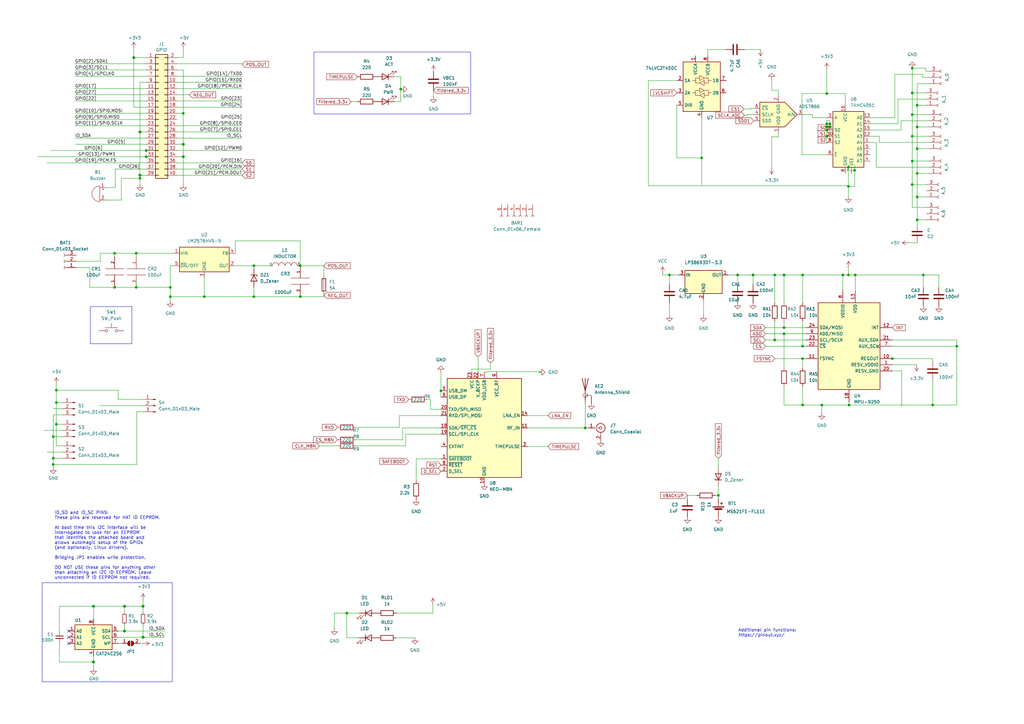
<source format=kicad_sch>
(kicad_sch (version 20230121) (generator eeschema)
  (paper "A3")
  (title_block (date "15 nov 2012"))
  (lib_symbols
    (symbol "+3.3V_1" (power) (pin_names (offset 0))
      (property "Value" "+3.3V_1" (at 0 3.556 0))
      (symbol "+3.3V_1_1_1"
        (pin power_in line (at 0 0 90) (length 0) hide (name "+3.3V") (number "1"))
      )
    )
    (symbol "+3.3V_2" (power) (pin_names (offset 0))
      (property "Value" "+3.3V_2" (at 0 3.556 0))
      (symbol "+3.3V_2_1_1"
        (pin power_in line (at 0 0 90) (length 0) hide (name "+3.3V") (number "1"))
      )
    )
    (symbol "+3.3V_4" (power) (pin_names (offset 0))
      (property "Value" "+3.3V_4" (at 0 3.556 0))
      (symbol "+3.3V_4_1_1"
        (pin power_in line (at 0 0 90) (length 0) hide (name "+3.3V") (number "1"))
      )
    )
    (symbol "+5V_1" (power) (pin_names (offset 0))
      (property "Value" "+5V_1" (at 0 3.556 0))
      (symbol "+5V_1_1_1"
        (pin power_in line (at 0 0 90) (length 0) hide (name "+5V") (number "1"))
      )
    )
    (symbol "74xx:74HC4051"
      (property "Reference" "U" (at -5.08 11.43 0))
      (property "Value" "74HC4051" (at -7.62 -13.97 0))
      (symbol "74HC4051_1_1"
        (pin passive line (at 10.16 -2.54 180) (length 2.54) (name "A4") (number "1"))
        (pin input line (at -7.62 0 0) (length 2.54) (name "S1") (number "10"))
        (pin input line (at -7.62 2.54 0) (length 2.54) (name "S0") (number "11"))
        (pin passive line (at 10.16 0 180) (length 2.54) (name "A3") (number "12"))
        (pin passive line (at 10.16 7.62 180) (length 2.54) (name "A0") (number "13"))
        (pin passive line (at 10.16 5.08 180) (length 2.54) (name "A1") (number "14"))
        (pin passive line (at 10.16 2.54 180) (length 2.54) (name "A2") (number "15"))
        (pin power_in line (at 0 12.7 270) (length 2.54) (name "VCC") (number "16"))
        (pin passive line (at 10.16 -7.62 180) (length 2.54) (name "A6") (number "2"))
        (pin passive line (at -7.62 7.62 0) (length 2.54) (name "A") (number "3"))
        (pin passive line (at 10.16 -10.16 180) (length 2.54) (name "A7") (number "4"))
        (pin passive line (at 10.16 -5.08 180) (length 2.54) (name "A5") (number "5"))
        (pin input line (at -7.62 -7.62 0) (length 2.54) (name "~{E}") (number "6"))
        (pin power_in line (at 2.54 -15.24 90) (length 2.54) (name "VEE") (number "7"))
        (pin power_in line (at 0 -15.24 90) (length 2.54) (name "GND") (number "8"))
        (pin input line (at -7.62 -2.54 0) (length 2.54) (name "S2") (number "9"))
      )
    )
    (symbol "Analog_ADC:ADS7866" (pin_names (offset 0.762))
      (property "Reference" "U" (at 1.27 6.35 0))
      (property "Value" "ADS7866" (at 1.27 -6.35 0))
      (symbol "ADS7866_1_1"
        (pin power_in line (at 0 7.62 270) (length 2.54) (name "VDD") (number "1"))
        (pin power_in line (at 0 -7.62 90) (length 2.54) (name "GND") (number "2"))
        (pin input line (at -10.16 0 0) (length 2.54) (name "AIN") (number "3"))
        (pin input line (at 10.16 0 180) (length 2.54) (name "SCLK") (number "4"))
        (pin tri_state line (at 10.16 2.54 180) (length 2.54) (name "SDO") (number "5"))
        (pin input line (at 10.16 -2.54 180) (length 2.54) (name "~{CS}") (number "6"))
      )
    )
    (symbol "Connector:Conn_01x03_Female" (pin_names (offset 1.016) hide)
      (property "Reference" "J" (at 0 5.08 0))
      (property "Value" "Conn_01x03_Female" (at 0 -5.08 0))
      (symbol "Conn_01x03_Female_1_1"
        (pin passive line (at -5.08 2.54 0) (length 3.81) (name "Pin_1") (number "1"))
        (pin passive line (at -5.08 0 0) (length 3.81) (name "Pin_2") (number "2"))
        (pin passive line (at -5.08 -2.54 0) (length 3.81) (name "Pin_3") (number "3"))
      )
    )
    (symbol "Connector:Conn_01x03_Male" (pin_names (offset 1.016) hide)
      (property "Reference" "J" (at 0 5.08 0))
      (property "Value" "Conn_01x03_Male" (at 0 -5.08 0))
      (symbol "Conn_01x03_Male_1_1"
        (pin passive line (at 5.08 2.54 180) (length 3.81) (name "Pin_1") (number "1"))
        (pin passive line (at 5.08 0 180) (length 3.81) (name "Pin_2") (number "2"))
        (pin passive line (at 5.08 -2.54 180) (length 3.81) (name "Pin_3") (number "3"))
      )
    )
    (symbol "Connector:Conn_01x03_Socket" (pin_names (offset 1.016) hide)
      (property "Reference" "J" (at 0 5.08 0))
      (property "Value" "Conn_01x03_Socket" (at 0 -5.08 0))
      (symbol "Conn_01x03_Socket_1_1"
        (pin passive line (at -5.08 2.54 0) (length 3.81) (name "Pin_1") (number "1"))
        (pin passive line (at -5.08 0 0) (length 3.81) (name "Pin_2") (number "2"))
        (pin passive line (at -5.08 -2.54 0) (length 3.81) (name "Pin_3") (number "3"))
      )
    )
    (symbol "Connector:Conn_01x06_Female" (pin_names (offset 1.016) hide)
      (property "Reference" "J" (at 0 7.62 0))
      (property "Value" "Conn_01x06_Female" (at 0 -10.16 0))
      (symbol "Conn_01x06_Female_1_1"
        (pin passive line (at -5.08 5.08 0) (length 3.81) (name "Pin_1") (number "1"))
        (pin passive line (at -5.08 2.54 0) (length 3.81) (name "Pin_2") (number "2"))
        (pin passive line (at -5.08 0 0) (length 3.81) (name "Pin_3") (number "3"))
        (pin passive line (at -5.08 -2.54 0) (length 3.81) (name "Pin_4") (number "4"))
        (pin passive line (at -5.08 -5.08 0) (length 3.81) (name "Pin_5") (number "5"))
        (pin passive line (at -5.08 -7.62 0) (length 3.81) (name "Pin_6") (number "6"))
      )
    )
    (symbol "Connector:Conn_Coaxial" (pin_names (offset 1.016) hide)
      (property "Reference" "J" (at 0.254 3.048 0))
      (property "Value" "Conn_Coaxial" (at 2.921 0 90))
      (symbol "Conn_Coaxial_1_1"
        (pin passive line (at -5.08 0 0) (length 2.54) (name "In") (number "1"))
        (pin passive line (at 0 -5.08 90) (length 2.54) (name "Ext") (number "2"))
      )
    )
    (symbol "Connector_Generic:Conn_02x20_Odd_Even" (pin_names (offset 1.016) hide)
      (property "Reference" "J" (at 1.27 25.4 0))
      (property "Value" "Conn_02x20_Odd_Even" (at 1.27 -27.94 0))
      (symbol "Conn_02x20_Odd_Even_1_1"
        (pin passive line (at -5.08 22.86 0) (length 3.81) (name "Pin_1") (number "1"))
        (pin passive line (at 7.62 12.7 180) (length 3.81) (name "Pin_10") (number "10"))
        (pin passive line (at -5.08 10.16 0) (length 3.81) (name "Pin_11") (number "11"))
        (pin passive line (at 7.62 10.16 180) (length 3.81) (name "Pin_12") (number "12"))
        (pin passive line (at -5.08 7.62 0) (length 3.81) (name "Pin_13") (number "13"))
        (pin passive line (at 7.62 7.62 180) (length 3.81) (name "Pin_14") (number "14"))
        (pin passive line (at -5.08 5.08 0) (length 3.81) (name "Pin_15") (number "15"))
        (pin passive line (at 7.62 5.08 180) (length 3.81) (name "Pin_16") (number "16"))
        (pin passive line (at -5.08 2.54 0) (length 3.81) (name "Pin_17") (number "17"))
        (pin passive line (at 7.62 2.54 180) (length 3.81) (name "Pin_18") (number "18"))
        (pin passive line (at -5.08 0 0) (length 3.81) (name "Pin_19") (number "19"))
        (pin passive line (at 7.62 22.86 180) (length 3.81) (name "Pin_2") (number "2"))
        (pin passive line (at 7.62 0 180) (length 3.81) (name "Pin_20") (number "20"))
        (pin passive line (at -5.08 -2.54 0) (length 3.81) (name "Pin_21") (number "21"))
        (pin passive line (at 7.62 -2.54 180) (length 3.81) (name "Pin_22") (number "22"))
        (pin passive line (at -5.08 -5.08 0) (length 3.81) (name "Pin_23") (number "23"))
        (pin passive line (at 7.62 -5.08 180) (length 3.81) (name "Pin_24") (number "24"))
        (pin passive line (at -5.08 -7.62 0) (length 3.81) (name "Pin_25") (number "25"))
        (pin passive line (at 7.62 -7.62 180) (length 3.81) (name "Pin_26") (number "26"))
        (pin passive line (at -5.08 -10.16 0) (length 3.81) (name "Pin_27") (number "27"))
        (pin passive line (at 7.62 -10.16 180) (length 3.81) (name "Pin_28") (number "28"))
        (pin passive line (at -5.08 -12.7 0) (length 3.81) (name "Pin_29") (number "29"))
        (pin passive line (at -5.08 20.32 0) (length 3.81) (name "Pin_3") (number "3"))
        (pin passive line (at 7.62 -12.7 180) (length 3.81) (name "Pin_30") (number "30"))
        (pin passive line (at -5.08 -15.24 0) (length 3.81) (name "Pin_31") (number "31"))
        (pin passive line (at 7.62 -15.24 180) (length 3.81) (name "Pin_32") (number "32"))
        (pin passive line (at -5.08 -17.78 0) (length 3.81) (name "Pin_33") (number "33"))
        (pin passive line (at 7.62 -17.78 180) (length 3.81) (name "Pin_34") (number "34"))
        (pin passive line (at -5.08 -20.32 0) (length 3.81) (name "Pin_35") (number "35"))
        (pin passive line (at 7.62 -20.32 180) (length 3.81) (name "Pin_36") (number "36"))
        (pin passive line (at -5.08 -22.86 0) (length 3.81) (name "Pin_37") (number "37"))
        (pin passive line (at 7.62 -22.86 180) (length 3.81) (name "Pin_38") (number "38"))
        (pin passive line (at -5.08 -25.4 0) (length 3.81) (name "Pin_39") (number "39"))
        (pin passive line (at 7.62 20.32 180) (length 3.81) (name "Pin_4") (number "4"))
        (pin passive line (at 7.62 -25.4 180) (length 3.81) (name "Pin_40") (number "40"))
        (pin passive line (at -5.08 17.78 0) (length 3.81) (name "Pin_5") (number "5"))
        (pin passive line (at 7.62 17.78 180) (length 3.81) (name "Pin_6") (number "6"))
        (pin passive line (at -5.08 15.24 0) (length 3.81) (name "Pin_7") (number "7"))
        (pin passive line (at 7.62 15.24 180) (length 3.81) (name "Pin_8") (number "8"))
        (pin passive line (at -5.08 12.7 0) (length 3.81) (name "Pin_9") (number "9"))
      )
    )
    (symbol "Device:Antenna_Shield" (pin_numbers hide) (pin_names (offset 1.016) hide)
      (property "Reference" "AE" (at -1.905 4.445 0))
      (property "Value" "Antenna_Shield" (at -1.905 2.54 0))
      (symbol "Antenna_Shield_1_1"
        (pin input line (at 0 -5.08 90) (length 2.54) (name "A") (number "1"))
        (pin input line (at 2.54 -5.08 90) (length 2.54) (name "Shield") (number "2"))
      )
    )
    (symbol "Device:Battery_Cell" (pin_numbers hide) (pin_names (offset 0) hide)
      (property "Reference" "BT" (at 2.54 2.54 0))
      (property "Value" "Battery_Cell" (at 2.54 0 0))
      (symbol "Battery_Cell_1_1"
        (pin passive line (at 0 5.08 270) (length 2.54) (name "+") (number "1"))
        (pin passive line (at 0 -2.54 90) (length 2.54) (name "-") (number "2"))
      )
    )
    (symbol "Device:Buzzer" (pin_names (offset 0.0254) hide)
      (property "Reference" "BZ" (at 3.81 1.27 0))
      (property "Value" "Buzzer" (at 3.81 -1.27 0))
      (symbol "Buzzer_1_1"
        (pin passive line (at -2.54 2.54 0) (length 2.54) (name "-") (number "1"))
        (pin passive line (at -2.54 -2.54 0) (length 2.54) (name "+") (number "2"))
      )
    )
    (symbol "Device:C" (pin_numbers hide) (pin_names (offset 0.254))
      (property "Reference" "C" (at 0.635 2.54 0))
      (property "Value" "C" (at 0.635 -2.54 0))
      (symbol "C_1_1"
        (pin passive line (at 0 3.81 270) (length 2.794) (name "~") (number "1"))
        (pin passive line (at 0 -3.81 90) (length 2.794) (name "~") (number "2"))
      )
    )
    (symbol "Device:C_Small" (pin_numbers hide) (pin_names (offset 0.254) hide)
      (property "Reference" "C" (at 0.254 1.778 0))
      (property "Value" "C_Small" (at 0.254 -2.032 0))
      (symbol "C_Small_1_1"
        (pin passive line (at 0 2.54 270) (length 2.032) (name "~") (number "1"))
        (pin passive line (at 0 -2.54 90) (length 2.032) (name "~") (number "2"))
      )
    )
    (symbol "Device:D_Zener" (pin_numbers hide) (pin_names (offset 1.016) hide)
      (property "Reference" "D" (at 0 2.54 0))
      (property "Value" "D_Zener" (at 0 -2.54 0))
      (symbol "D_Zener_1_1"
        (pin passive line (at -3.81 0 0) (length 2.54) (name "K") (number "1"))
        (pin passive line (at 3.81 0 180) (length 2.54) (name "A") (number "2"))
      )
    )
    (symbol "Device:Fuse" (pin_numbers hide) (pin_names (offset 0))
      (property "Reference" "F" (at 2.032 0 90))
      (property "Value" "Fuse" (at -1.905 0 90))
      (symbol "Fuse_1_1"
        (pin passive line (at 0 3.81 270) (length 1.27) (name "~") (number "1"))
        (pin passive line (at 0 -3.81 90) (length 1.27) (name "~") (number "2"))
      )
    )
    (symbol "Device:LED" (pin_numbers hide) (pin_names (offset 1.016) hide)
      (property "Reference" "D" (at 0 2.54 0))
      (property "Value" "LED" (at 0 -2.54 0))
      (symbol "LED_1_1"
        (pin passive line (at -3.81 0 0) (length 2.54) (name "K") (number "1"))
        (pin passive line (at 3.81 0 180) (length 2.54) (name "A") (number "2"))
      )
    )
    (symbol "Device:R" (pin_numbers hide) (pin_names (offset 0))
      (property "Reference" "R" (at 2.032 0 90))
      (property "Value" "R" (at 0 0 90))
      (symbol "R_1_1"
        (pin passive line (at 0 3.81 270) (length 1.27) (name "~") (number "1"))
        (pin passive line (at 0 -3.81 90) (length 1.27) (name "~") (number "2"))
      )
    )
    (symbol "Device:R_Small" (pin_numbers hide) (pin_names (offset 0.254) hide)
      (property "Reference" "R" (at 0.762 0.508 0))
      (property "Value" "R_Small" (at 0.762 -1.016 0))
      (symbol "R_Small_1_1"
        (pin passive line (at 0 2.54 270) (length 0.762) (name "~") (number "1"))
        (pin passive line (at 0 -2.54 90) (length 0.762) (name "~") (number "2"))
      )
    )
    (symbol "GND_1" (power) (pin_names (offset 0))
      (property "Value" "GND_1" (at 0 -3.81 0))
      (symbol "GND_1_1_1"
        (pin power_in line (at 0 0 270) (length 0) hide (name "GND") (number "1"))
      )
    )
    (symbol "GND_2" (power) (pin_names (offset 0))
      (property "Value" "GND_2" (at 0 -3.81 0))
      (symbol "GND_2_1_1"
        (pin power_in line (at 0 0 270) (length 0) hide (name "GND") (number "1"))
      )
    )
    (symbol "GND_3" (power) (pin_names (offset 0))
      (property "Value" "GND_3" (at 0 -3.81 0))
      (symbol "GND_3_1_1"
        (pin power_in line (at 0 0 270) (length 0) hide (name "GND") (number "1"))
      )
    )
    (symbol "GND_5" (power) (pin_names (offset 0))
      (property "Value" "GND_5" (at 0 -3.81 0))
      (symbol "GND_5_1_1"
        (pin power_in line (at 0 0 270) (length 0) hide (name "GND") (number "1"))
      )
    )
    (symbol "GND_6" (power) (pin_names (offset 0))
      (property "Value" "GND_6" (at 0 -3.81 0))
      (symbol "GND_6_1_1"
        (pin power_in line (at 0 0 270) (length 0) hide (name "GND") (number "1"))
      )
    )
    (symbol "GND_7" (power) (pin_names (offset 0))
      (property "Value" "GND_7" (at 0 -3.81 0))
      (symbol "GND_7_1_1"
        (pin power_in line (at 0 0 270) (length 0) hide (name "GND") (number "1"))
      )
    )
    (symbol "GND_8" (power) (pin_names (offset 0))
      (property "Value" "GND_8" (at 0 -3.81 0))
      (symbol "GND_8_1_1"
        (pin power_in line (at 0 0 270) (length 0) hide (name "GND") (number "1"))
      )
    )
    (symbol "Jumper:SolderJumper_2_Open" (pin_names (offset 0) hide)
      (property "Reference" "JP" (at 0 2.032 0))
      (property "Value" "SolderJumper_2_Open" (at 0 -2.54 0))
      (symbol "SolderJumper_2_Open_1_1"
        (pin passive line (at -3.81 0 0) (length 2.54) (name "A") (number "1"))
        (pin passive line (at 3.81 0 180) (length 2.54) (name "B") (number "2"))
      )
    )
    (symbol "Logic_LevelTranslator:74LVC2T45DC"
      (property "Reference" "U" (at 6.35 -11.43 0))
      (property "Value" "74LVC2T45DC" (at 10.16 11.43 0))
      (symbol "74LVC2T45DC_1_1"
        (pin power_in line (at -2.54 12.7 270) (length 2.54) (name "VCCA") (number "1"))
        (pin bidirectional line (at -10.16 2.54 0) (length 2.54) (name "1A") (number "2"))
        (pin bidirectional line (at -10.16 -2.54 0) (length 2.54) (name "2A") (number "3"))
        (pin power_in line (at 0 -12.7 90) (length 2.54) (name "GND") (number "4"))
        (pin input line (at -10.16 -7.62 0) (length 2.54) (name "DIR") (number "5"))
        (pin bidirectional line (at 10.16 -2.54 180) (length 2.54) (name "2B") (number "6"))
        (pin bidirectional line (at 10.16 2.54 180) (length 2.54) (name "1B") (number "7"))
        (pin power_in line (at 2.54 12.7 270) (length 2.54) (name "VCCB") (number "8"))
      )
    )
    (symbol "Memory_EEPROM:CAT24C256"
      (property "Reference" "U" (at -6.35 6.35 0))
      (property "Value" "CAT24C256" (at 1.27 6.35 0))
      (symbol "CAT24C256_1_1"
        (pin input line (at -10.16 2.54 0) (length 2.54) (name "A0") (number "1"))
        (pin input line (at -10.16 0 0) (length 2.54) (name "A1") (number "2"))
        (pin input line (at -10.16 -2.54 0) (length 2.54) (name "A2") (number "3"))
        (pin power_in line (at 0 -7.62 90) (length 2.54) (name "GND") (number "4"))
        (pin bidirectional line (at 10.16 2.54 180) (length 2.54) (name "SDA") (number "5"))
        (pin input line (at 10.16 0 180) (length 2.54) (name "SCL") (number "6"))
        (pin input line (at 10.16 -2.54 180) (length 2.54) (name "WP") (number "7"))
        (pin power_in line (at 0 7.62 270) (length 2.54) (name "VCC") (number "8"))
      )
    )
    (symbol "RF_GPS:NEO-M8N"
      (property "Reference" "U" (at -13.97 21.59 0))
      (property "Value" "NEO-M8N" (at 11.43 21.59 0))
      (symbol "NEO-M8N_1_1"
        (pin input line (at -17.78 -12.7 0) (length 2.54) (name "~{SAFEBOOT}") (number "1"))
        (pin power_in line (at 0 -22.86 90) (length 2.54) (name "GND") (number "10"))
        (pin input line (at 17.78 0 180) (length 2.54) (name "RF_IN") (number "11"))
        (pin passive line (at 0 -22.86 90) (length 2.54) hide (name "GND") (number "12"))
        (pin passive line (at 0 -22.86 90) (length 2.54) hide (name "GND") (number "13"))
        (pin output line (at 17.78 5.08 180) (length 2.54) (name "LNA_EN") (number "14"))
        (pin no_connect line (at 15.24 -10.16 180) (length 2.54) hide (name "RESERVED") (number "15"))
        (pin no_connect line (at 15.24 -12.7 180) (length 2.54) hide (name "RESERVED") (number "16"))
        (pin no_connect line (at 15.24 -15.24 180) (length 2.54) hide (name "RESERVED") (number "17"))
        (pin bidirectional line (at -17.78 0 0) (length 2.54) (name "SDA/~{SPI_CS}") (number "18"))
        (pin input line (at -17.78 -2.54 0) (length 2.54) (name "SCL/SPI_CLK") (number "19"))
        (pin input line (at -17.78 -17.78 0) (length 2.54) (name "D_SEL") (number "2"))
        (pin output line (at -17.78 7.62 0) (length 2.54) (name "TXD/SPI_MISO") (number "20"))
        (pin input line (at -17.78 5.08 0) (length 2.54) (name "RXD/SPI_MOSI") (number "21"))
        (pin power_in line (at -2.54 22.86 270) (length 2.54) (name "V_BCKP") (number "22"))
        (pin power_in line (at -5.08 22.86 270) (length 2.54) (name "VCC") (number "23"))
        (pin passive line (at 0 -22.86 90) (length 2.54) hide (name "GND") (number "24"))
        (pin output line (at 17.78 -7.62 180) (length 2.54) (name "TIMEPULSE") (number "3"))
        (pin input line (at -17.78 -7.62 0) (length 2.54) (name "EXTINT") (number "4"))
        (pin bidirectional line (at -17.78 15.24 0) (length 2.54) (name "USB_DM") (number "5"))
        (pin bidirectional line (at -17.78 12.7 0) (length 2.54) (name "USB_DP") (number "6"))
        (pin power_in line (at 0 22.86 270) (length 2.54) (name "VDD_USB") (number "7"))
        (pin input line (at -17.78 -15.24 0) (length 2.54) (name "~{RESET}") (number "8"))
        (pin power_out line (at 5.08 22.86 270) (length 2.54) (name "VCC_RF") (number "9"))
      )
    )
    (symbol "Regulator_Linear:LP38693DT-3.3" (pin_names (offset 0.254))
      (property "Reference" "U" (at -6.35 5.715 0))
      (property "Value" "LP38693DT-3.3" (at 0 5.715 0))
      (symbol "LP38693DT-3.3_1_1"
        (pin power_out line (at 10.16 2.54 180) (length 2.54) (name "OUT") (number "1"))
        (pin power_in line (at 0 -7.62 90) (length 2.54) (name "GND") (number "2"))
        (pin power_in line (at -10.16 2.54 0) (length 2.54) (name "IN") (number "3"))
      )
    )
    (symbol "Regulator_Switching:LM2576HVS-5" (pin_names (offset 0.254))
      (property "Reference" "U" (at -10.16 6.35 0))
      (property "Value" "LM2576HVS-5" (at 0 6.35 0))
      (symbol "LM2576HVS-5_1_1"
        (pin power_in line (at -12.7 2.54 0) (length 2.54) (name "VIN") (number "1"))
        (pin output line (at 12.7 -2.54 180) (length 2.54) (name "OUT") (number "2"))
        (pin power_in line (at 0 -7.62 90) (length 2.54) (name "GND") (number "3"))
        (pin input line (at 12.7 2.54 180) (length 2.54) (name "FB") (number "4"))
        (pin input line (at -12.7 -2.54 0) (length 2.54) (name "~{ON}/OFF") (number "5"))
      )
    )
    (symbol "Sensor_Motion:MPU-9250"
      (property "Reference" "U" (at -11.43 19.05 0))
      (property "Value" "MPU-9250" (at 7.62 -19.05 0))
      (symbol "MPU-9250_1_1"
        (pin input line (at 17.78 -7.62 180) (length 5.08) (name "RESV_VDDIO") (number "1"))
        (pin passive line (at 17.78 -5.08 180) (length 5.08) (name "REGOUT") (number "10"))
        (pin input line (at -17.78 -5.08 0) (length 5.08) (name "FSYNC") (number "11"))
        (pin output line (at 17.78 7.62 180) (length 5.08) (name "INT") (number "12"))
        (pin power_in line (at 2.54 22.86 270) (length 5.08) (name "VDD") (number "13"))
        (pin power_in line (at 0 -22.86 90) (length 5.08) (name "GND") (number "18"))
        (pin power_in line (at 17.78 -10.16 180) (length 5.08) (name "RESV_GND") (number "20"))
        (pin bidirectional line (at 17.78 2.54 180) (length 5.08) (name "AUX_SDA") (number "21"))
        (pin input line (at -17.78 0 0) (length 5.08) (name "~{CS}") (number "22"))
        (pin input line (at -17.78 2.54 0) (length 5.08) (name "SCL/SCLK") (number "23"))
        (pin bidirectional line (at -17.78 7.62 0) (length 5.08) (name "SDA/MOSI") (number "24"))
        (pin output clock (at 17.78 0 180) (length 5.08) (name "AUX_SCL") (number "7"))
        (pin power_in line (at -2.54 22.86 270) (length 5.08) (name "VDDIO") (number "8"))
        (pin bidirectional line (at -17.78 5.08 0) (length 5.08) (name "AD0/MISO") (number "9"))
      )
    )
    (symbol "Switch:SW_Push" (pin_numbers hide) (pin_names (offset 1.016) hide)
      (property "Reference" "SW" (at 1.27 2.54 0))
      (property "Value" "SW_Push" (at 0 -1.524 0))
      (symbol "SW_Push_0_1"
        (pin passive line (at -5.08 0 0) (length 2.54) (name "1") (number "1"))
        (pin passive line (at 5.08 0 180) (length 2.54) (name "2") (number "2"))
      )
    )
    (symbol "power:+3.3V" (power) (pin_names (offset 0))
      (property "Value" "+3.3V" (at 0 3.556 0))
      (symbol "+3.3V_1_1"
        (pin power_in line (at 0 0 90) (length 0) hide (name "+3V3") (number "1"))
      )
    )
    (symbol "power:+3V3" (power) (pin_names (offset 0))
      (property "Value" "+3V3" (at 0 3.556 0))
      (symbol "+3V3_1_1"
        (pin power_in line (at 0 0 90) (length 0) hide (name "+3V3") (number "1"))
      )
    )
    (symbol "power:+5V" (power) (pin_names (offset 0))
      (property "Value" "+5V" (at 0 3.556 0))
      (symbol "+5V_1_1"
        (pin power_in line (at 0 0 90) (length 0) hide (name "+5V") (number "1"))
      )
    )
    (symbol "power:GND" (power) (pin_names (offset 0))
      (property "Value" "GND" (at 0 -3.81 0))
      (symbol "GND_1_1"
        (pin power_in line (at 0 0 270) (length 0) hide (name "GND") (number "1"))
      )
    )
    (symbol "power:VCC" (power) (pin_names (offset 0))
      (property "Value" "VCC" (at 0 3.81 0))
      (symbol "VCC_1_1"
        (pin power_in line (at 0 0 90) (length 0) hide (name "VCC") (number "1"))
      )
    )
    (symbol "pspice:C" (pin_names (offset 0.254))
      (property "Reference" "C" (at 2.54 3.81 90))
      (property "Value" "C" (at 2.54 -3.81 90))
      (symbol "C_1_1"
        (pin passive line (at 0 6.35 270) (length 5.08) (name "~") (number "1"))
        (pin passive line (at 0 -6.35 90) (length 5.08) (name "~") (number "2"))
      )
    )
    (symbol "pspice:INDUCTOR" (pin_numbers hide) (pin_names (offset 0))
      (property "Reference" "L" (at 0 2.54 0))
      (property "Value" "INDUCTOR" (at 0 -1.27 0))
      (symbol "INDUCTOR_1_1"
        (pin input line (at -6.35 0 0) (length 1.27) (name "1") (number "1"))
        (pin input line (at 6.35 0 180) (length 1.27) (name "2") (number "2"))
      )
    )
  )
  (junction (at 337.058 166.116))
  (junction (at 69.85 117.856))
  (junction (at 374.142 38.1))
  (junction (at 21.844 187.96))
  (junction (at 51.054 258.826) (diameter 1.016))
  (junction (at 59.944 64.262))
  (junction (at 104.14 121.666))
  (junction (at 38.354 271.526) (diameter 1.016))
  (junction (at 55.88 117.856))
  (junction (at 38.354 248.666) (diameter 1.016))
  (junction (at 350.52 69.85))
  (junction (at 339.09 53.34))
  (junction (at 345.694 112.776))
  (junction (at 339.09 52.07))
  (junction (at 57.404 73.152))
  (junction (at 382.524 166.116))
  (junction (at 321.564 136.906))
  (junction (at 58.674 248.666) (diameter 1.016))
  (junction (at 366.014 147.066))
  (junction (at 321.564 112.776))
  (junction (at 302.514 112.776))
  (junction (at 374.142 66.04))
  (junction (at 376.174 80.772))
  (junction (at 142.24 251.46))
  (junction (at 46.99 117.856))
  (junction (at 83.82 121.666))
  (junction (at 317.754 112.776))
  (junction (at 374.142 27.94))
  (junction (at 329.184 147.066))
  (junction (at 321.564 134.366))
  (junction (at 339.09 50.8))
  (junction (at 75.184 46.482))
  (junction (at 180.848 160.274))
  (junction (at 57.404 71.882) (diameter 1.016))
  (junction (at 392.43 141.986))
  (junction (at 340.36 50.8))
  (junction (at 376.174 43.18))
  (junction (at 339.09 55.88))
  (junction (at 374.142 55.88))
  (junction (at 57.404 54.102) (diameter 1.016))
  (junction (at 374.142 75.692))
  (junction (at 274.574 112.776))
  (junction (at 376.174 52.07))
  (junction (at 123.19 108.966))
  (junction (at 348.234 166.116))
  (junction (at 23.114 173.99))
  (junction (at 329.184 112.776))
  (junction (at 75.184 64.262) (diameter 1.016))
  (junction (at 123.19 121.666))
  (junction (at 21.844 190.5))
  (junction (at 23.114 165.1))
  (junction (at 374.142 46.99))
  (junction (at 308.864 112.776))
  (junction (at 59.944 61.722))
  (junction (at 347.98 68.58))
  (junction (at 46.99 103.886))
  (junction (at 347.98 112.776))
  (junction (at 376.174 71.12))
  (junction (at 240.03 175.514))
  (junction (at 287.782 64.77))
  (junction (at 347.98 76.454))
  (junction (at 164.338 36.576))
  (junction (at 75.184 59.182) (diameter 1.016))
  (junction (at 104.14 108.966))
  (junction (at 376.174 60.96))
  (junction (at 329.184 141.986))
  (junction (at 317.754 139.446))
  (junction (at 58.674 261.366) (diameter 1.016))
  (junction (at 294.64 203.2))
  (junction (at 69.85 121.666))
  (junction (at 378.714 112.776))
  (junction (at 350.774 112.776))
  (junction (at 339.09 38.354))
  (junction (at 329.184 166.116))
  (junction (at 23.114 160.02))
  (junction (at 55.88 103.886))
  (junction (at 21.844 179.07))
  (junction (at 376.174 90.17))
  (junction (at 340.36 52.07))
  (junction (at 54.864 23.622) (diameter 1.016))
  (junction (at 51.054 248.666) (diameter 1.016))
  (no_connect (at 28.194 258.826))
  (no_connect (at 28.194 261.366))
  (no_connect (at 28.194 263.906))
  (wire (pts (xy 366.014 141.986) (xy 392.43 141.986)))
  (wire (pts (xy 57.404 54.102) (xy 57.404 71.882)))
  (wire (pts (xy 72.644 54.102) (xy 99.314 54.102)))
  (wire (pts (xy 321.564 158.496) (xy 321.564 166.116)))
  (wire (pts (xy 40.894 166.37) (xy 58.674 166.37)))
  (wire (pts (xy 19.304 185.42) (xy 25.654 185.42)))
  (wire (pts (xy 25.654 179.07) (xy 21.844 179.07)))
  (wire (pts (xy 293.37 203.2) (xy 294.64 203.2)))
  (wire (pts (xy 59.944 36.322) (xy 30.734 36.322)))
  (wire (pts (xy 294.64 203.2) (xy 294.64 204.47)))
  (wire (pts (xy 38.354 248.666) (xy 51.054 248.666)))
  (wire (pts (xy 58.674 248.666) (xy 51.054 248.666)))
  (wire (pts (xy 58.674 251.206) (xy 58.674 248.666)))
  (wire (pts (xy 360.68 58.42) (xy 360.68 55.88)))
  (wire (pts (xy 339.09 38.354) (xy 346.71 38.354)))
  (wire (pts (xy 287.782 48.26) (xy 287.782 64.77)))
  (wire (pts (xy 69.85 121.666) (xy 83.82 121.666)))
  (wire (pts (xy 199.39 152.654) (xy 198.628 152.654)))
  (wire (pts (xy 193.548 151.384) (xy 193.548 152.654)))
  (wire (pts (xy 75.184 28.702) (xy 72.644 28.702)))
  (wire (pts (xy 369.824 166.37) (xy 370.078 166.37)))
  (wire (pts (xy 75.184 46.482) (xy 72.644 46.482)))
  (wire (pts (xy 56.134 168.91) (xy 58.674 168.91)))
  (wire (pts (xy 306.578 46.99) (xy 306.578 47.244)))
  (wire (pts (xy 163.83 170.434) (xy 180.848 170.434)))
  (wire (pts (xy 381 71.12) (xy 376.174 71.12)))
  (wire (pts (xy 21.844 187.96) (xy 25.654 187.96)))
  (wire (pts (xy 142.24 251.46) (xy 137.16 251.46)))
  (wire (pts (xy 321.564 136.906) (xy 321.564 150.876)))
  (wire (pts (xy 378.714 112.776) (xy 378.714 117.856)))
  (wire (pts (xy 69.85 108.966) (xy 69.85 117.856)))
  (wire (pts (xy 366.014 149.606) (xy 375.92 149.606)))
  (wire (pts (xy 317.754 139.446) (xy 330.454 139.446)))
  (wire (pts (xy 75.184 59.182) (xy 75.184 64.262)))
  (wire (pts (xy 161.798 41.656) (xy 164.338 41.656)))
  (wire (pts (xy 381 58.42) (xy 360.68 58.42)))
  (wire (pts (xy 376.174 60.96) (xy 376.174 71.12)))
  (wire (pts (xy 376.174 52.07) (xy 376.174 43.18)))
  (polyline (pts (xy 37.084 125.73) (xy 37.084 140.97)) (stroke (width 0) (type solid)))
  (wire (pts (xy 379.73 40.64) (xy 368.3 40.64)))
  (wire (pts (xy 392.43 166.116) (xy 382.524 166.116)))
  (wire (pts (xy 21.844 190.5) (xy 21.844 187.96)))
  (wire (pts (xy 376.174 52.07) (xy 376.174 60.96)))
  (wire (pts (xy 347.98 68.58) (xy 347.98 76.454)))
  (wire (pts (xy 339.09 49.53) (xy 340.36 49.53)))
  (wire (pts (xy 277.622 43.18) (xy 277.622 64.77)))
  (wire (pts (xy 308.864 112.776) (xy 317.754 112.776)))
  (wire (pts (xy 321.564 134.366) (xy 330.454 134.366)))
  (wire (pts (xy 30.988 59.182) (xy 59.944 59.182)))
  (wire (pts (xy 381 31.75) (xy 378.46 31.75)))
  (wire (pts (xy 379.73 38.1) (xy 374.142 38.1)))
  (wire (pts (xy 374.142 46.99) (xy 374.142 55.88)))
  (wire (pts (xy 63.754 61.722) (xy 59.944 61.722)))
  (wire (pts (xy 46.99 103.886) (xy 46.99 105.156)))
  (wire (pts (xy 271.78 112.776) (xy 274.574 112.776)))
  (polyline (pts (xy 37.084 140.97) (xy 54.102 140.97)) (stroke (width 0) (type solid)))
  (wire (pts (xy 196.088 146.304) (xy 196.088 152.654)))
  (wire (pts (xy 381 66.04) (xy 374.142 66.04)))
  (wire (pts (xy 72.644 31.242) (xy 99.314 31.242)))
  (wire (pts (xy 374.142 46.99) (xy 374.142 38.1)))
  (wire (pts (xy 123.19 121.666) (xy 132.842 121.666)))
  (wire (pts (xy 321.564 131.826) (xy 321.564 134.366)))
  (wire (pts (xy 392.43 139.446) (xy 392.43 141.986)))
  (wire (pts (xy 294.64 187.96) (xy 294.64 191.77)))
  (wire (pts (xy 57.404 33.782) (xy 57.404 54.102)))
  (wire (pts (xy 147.32 251.46) (xy 142.24 251.46)))
  (wire (pts (xy 368.3 50.8) (xy 356.87 50.8)))
  (wire (pts (xy 48.514 258.826) (xy 51.054 258.826)))
  (wire (pts (xy 51.054 258.826) (xy 67.564 258.826)))
  (wire (pts (xy 340.36 49.53) (xy 340.36 50.8)))
  (wire (pts (xy 376.174 34.29) (xy 376.174 43.18)))
  (wire (pts (xy 347.472 76.2) (xy 287.782 76.2)))
  (wire (pts (xy 308.864 112.776) (xy 308.864 116.586)))
  (wire (pts (xy 163.83 175.26) (xy 163.83 170.434)))
  (wire (pts (xy 59.944 69.342) (xy 47.244 69.342)))
  (wire (pts (xy 104.14 121.666) (xy 83.82 121.666)))
  (wire (pts (xy 392.43 141.986) (xy 392.43 166.116)))
  (wire (pts (xy 23.114 182.88) (xy 23.114 173.99)))
  (wire (pts (xy 57.404 33.782) (xy 59.944 33.782)))
  (wire (pts (xy 48.514 263.906) (xy 49.784 263.906)))
  (wire (pts (xy 57.404 263.906) (xy 58.674 263.906)))
  (wire (pts (xy 360.68 55.88) (xy 356.87 55.88)))
  (wire (pts (xy 162.56 251.46) (xy 177.546 251.46)))
  (wire (pts (xy 72.644 51.562) (xy 99.314 51.562)))
  (wire (pts (xy 298.704 112.776) (xy 302.514 112.776)))
  (wire (pts (xy 59.944 56.642) (xy 30.734 56.642)))
  (wire (pts (xy 55.88 103.886) (xy 55.88 105.156)))
  (wire (pts (xy 381 49.53) (xy 369.57 49.53)))
  (wire (pts (xy 339.09 58.42) (xy 339.09 55.88)))
  (wire (pts (xy 175.26 163.83) (xy 176.53 163.83)))
  (wire (pts (xy 165.1 180.34) (xy 165.1 175.514)))
  (wire (pts (xy 328.93 63.5) (xy 339.09 63.5)))
  (wire (pts (xy 41.148 103.886) (xy 46.99 103.886)))
  (wire (pts (xy 23.114 157.48) (xy 23.114 160.02)))
  (wire (pts (xy 164.338 41.656) (xy 164.338 36.576)))
  (wire (pts (xy 306.578 46.99) (xy 309.118 46.99)))
  (wire (pts (xy 288.544 122.936) (xy 288.544 129.286)))
  (wire (pts (xy 55.88 103.886) (xy 71.12 103.886)))
  (wire (pts (xy 337.058 166.116) (xy 348.234 166.116)))
  (wire (pts (xy 72.644 66.802) (xy 99.314 66.802)))
  (wire (pts (xy 277.368 33.02) (xy 265.938 33.02)))
  (wire (pts (xy 48.514 163.83) (xy 58.674 163.83)))
  (wire (pts (xy 378.714 112.776) (xy 385.064 112.776)))
  (wire (pts (xy 123.19 98.806) (xy 123.19 108.966)))
  (wire (pts (xy 339.09 55.88) (xy 339.09 53.34)))
  (wire (pts (xy 57.404 54.102) (xy 59.944 54.102)))
  (wire (pts (xy 58.674 246.126) (xy 58.674 248.666)))
  (wire (pts (xy 55.88 115.316) (xy 55.88 117.856)))
  (wire (pts (xy 368.3 40.64) (xy 368.3 50.8)))
  (wire (pts (xy 221.742 152.4) (xy 221.742 152.654)))
  (wire (pts (xy 104.14 108.966) (xy 104.14 110.236)))
  (wire (pts (xy 294.64 199.39) (xy 294.64 203.2)))
  (wire (pts (xy 317.754 147.066) (xy 329.184 147.066)))
  (wire (pts (xy 72.644 41.402) (xy 99.314 41.402)))
  (wire (pts (xy 38.354 248.666) (xy 38.354 253.746)))
  (wire (pts (xy 25.654 173.99) (xy 23.114 173.99)))
  (wire (pts (xy 374.142 85.09) (xy 374.142 75.692)))
  (wire (pts (xy 271.78 112.014) (xy 271.78 112.776)))
  (wire (pts (xy 21.844 170.18) (xy 21.844 179.07)))
  (wire (pts (xy 309.118 44.45) (xy 307.848 44.45)))
  (wire (pts (xy 313.944 139.446) (xy 317.754 139.446)))
  (wire (pts (xy 369.57 53.34) (xy 356.87 53.34)))
  (wire (pts (xy 374.142 27.94) (xy 374.142 38.1)))
  (wire (pts (xy 374.142 55.88) (xy 374.142 66.04)))
  (wire (pts (xy 57.404 71.882) (xy 57.404 73.152)))
  (wire (pts (xy 30.734 38.862) (xy 59.944 38.862)))
  (wire (pts (xy 58.674 256.286) (xy 58.674 261.366)))
  (wire (pts (xy 69.85 117.856) (xy 69.85 121.666)))
  (wire (pts (xy 180.848 152.654) (xy 180.848 160.274)))
  (wire (pts (xy 349.25 69.85) (xy 350.52 69.85)))
  (wire (pts (xy 36.83 117.856) (xy 46.99 117.856)))
  (wire (pts (xy 21.844 191.77) (xy 21.844 190.5)))
  (wire (pts (xy 54.864 19.812) (xy 54.864 23.622)))
  (wire (pts (xy 137.16 251.46) (xy 137.16 257.81)))
  (wire (pts (xy 36.83 109.728) (xy 31.242 109.728)))
  (wire (pts (xy 374.142 75.692) (xy 379.984 75.692)))
  (wire (pts (xy 166.37 178.054) (xy 180.848 178.054)))
  (wire (pts (xy 339.09 52.07) (xy 340.36 52.07)))
  (wire (pts (xy 307.848 44.704) (xy 305.054 44.704)))
  (wire (pts (xy 18.034 176.53) (xy 25.654 176.53)))
  (wire (pts (xy 75.184 64.262) (xy 72.644 64.262)))
  (wire (pts (xy 329.184 147.066) (xy 329.184 150.876)))
  (wire (pts (xy 277.622 64.77) (xy 287.782 64.77)))
  (wire (pts (xy 72.644 26.162) (xy 99.314 26.162)))
  (wire (pts (xy 75.184 28.702) (xy 75.184 46.482)))
  (wire (pts (xy 376.174 52.07) (xy 381 52.07)))
  (wire (pts (xy 216.408 175.514) (xy 240.03 175.514)))
  (wire (pts (xy 199.39 152.4) (xy 221.742 152.4)))
  (wire (pts (xy 346.71 71.12) (xy 346.71 68.58)))
  (wire (pts (xy 48.514 163.83) (xy 48.514 160.02)))
  (wire (pts (xy 30.734 28.702) (xy 59.944 28.702)))
  (wire (pts (xy 376.174 43.18) (xy 379.73 43.18)))
  (wire (pts (xy 69.85 108.966) (xy 71.12 108.966)))
  (wire (pts (xy 346.71 68.58) (xy 347.98 68.58)))
  (wire (pts (xy 379.73 29.21) (xy 381 29.21)))
  (wire (pts (xy 329.184 158.496) (xy 329.184 166.116)))
  (wire (pts (xy 43.434 76.962) (xy 47.244 76.962)))
  (wire (pts (xy 379.73 29.21) (xy 379.73 27.94)))
  (wire (pts (xy 363.474 147.066) (xy 366.014 147.066)))
  (wire (pts (xy 30.734 51.562) (xy 59.944 51.562)))
  (wire (pts (xy 313.944 141.986) (xy 329.184 141.986)))
  (wire (pts (xy 369.824 152.146) (xy 369.824 166.37)))
  (wire (pts (xy 346.71 38.354) (xy 346.71 43.18)))
  (wire (pts (xy 321.564 136.906) (xy 330.454 136.906)))
  (wire (pts (xy 319.278 39.37) (xy 319.278 37.084)))
  (wire (pts (xy 317.754 131.826) (xy 317.754 139.446)))
  (wire (pts (xy 54.864 43.942) (xy 59.944 43.942)))
  (wire (pts (xy 166.37 182.88) (xy 166.37 178.054)))
  (wire (pts (xy 59.944 26.162) (xy 30.734 26.162)))
  (wire (pts (xy 378.46 31.75) (xy 378.46 30.48)))
  (wire (pts (xy 164.338 31.496) (xy 161.798 31.496)))
  (wire (pts (xy 376.174 91.948) (xy 376.174 90.17)))
  (wire (pts (xy 104.14 117.856) (xy 104.14 121.666)))
  (wire (pts (xy 329.438 46.99) (xy 333.248 46.99)))
  (wire (pts (xy 46.99 117.856) (xy 55.88 117.856)))
  (wire (pts (xy 72.644 71.882) (xy 99.314 71.882)))
  (wire (pts (xy 348.234 164.846) (xy 348.234 166.116)))
  (wire (pts (xy 72.644 36.322) (xy 99.314 36.322)))
  (wire (pts (xy 77.724 38.862) (xy 72.644 38.862)))
  (wire (pts (xy 21.844 179.07) (xy 21.844 187.96)))
  (wire (pts (xy 75.184 19.812) (xy 75.184 23.622)))
  (wire (pts (xy 49.784 73.152) (xy 49.784 82.042)))
  (wire (pts (xy 48.514 160.02) (xy 23.114 160.02)))
  (wire (pts (xy 104.14 121.666) (xy 123.19 121.666)))
  (wire (pts (xy 319.278 56.134) (xy 316.484 56.134)))
  (wire (pts (xy 30.734 31.242) (xy 59.944 31.242)))
  (wire (pts (xy 274.574 112.776) (xy 278.384 112.776)))
  (wire (pts (xy 51.054 248.666) (xy 51.054 251.206)))
  (wire (pts (xy 385.064 112.776) (xy 385.064 117.856)))
  (wire (pts (xy 193.548 151.384) (xy 201.168 151.384)))
  (wire (pts (xy 75.184 23.622) (xy 72.644 23.622)))
  (wire (pts (xy 339.09 50.8) (xy 340.36 50.8)))
  (wire (pts (xy 347.98 76.454) (xy 350.52 76.454)))
  (wire (pts (xy 54.864 23.622) (xy 54.864 43.942)))
  (wire (pts (xy 287.782 76.2) (xy 287.782 64.77)))
  (wire (pts (xy 240.03 175.514) (xy 241.3 175.514)))
  (wire (pts (xy 72.644 43.942) (xy 99.314 43.942)))
  (wire (pts (xy 20.574 61.722) (xy 59.944 61.722)))
  (wire (pts (xy 376.174 80.772) (xy 376.174 71.12)))
  (wire (pts (xy 333.248 48.26) (xy 333.248 46.99)))
  (wire (pts (xy 376.174 90.17) (xy 376.174 80.772)))
  (wire (pts (xy 337.058 169.418) (xy 337.058 166.116)))
  (wire (pts (xy 347.472 109.474) (xy 347.726 109.474)))
  (wire (pts (xy 265.938 76.2) (xy 287.528 76.2)))
  (wire (pts (xy 72.644 33.782) (xy 99.314 33.782)))
  (wire (pts (xy 146.05 175.26) (xy 163.83 175.26)))
  (wire (pts (xy 51.054 256.286) (xy 51.054 258.826)))
  (wire (pts (xy 379.984 85.09) (xy 374.142 85.09)))
  (wire (pts (xy 48.514 261.366) (xy 58.674 261.366)))
  (wire (pts (xy 58.674 261.366) (xy 67.564 261.366)))
  (wire (pts (xy 41.148 107.188) (xy 41.148 103.886)))
  (wire (pts (xy 329.184 147.066) (xy 330.454 147.066)))
  (wire (pts (xy 367.03 30.48) (xy 378.46 30.48)))
  (wire (pts (xy 366.014 139.446) (xy 392.43 139.446)))
  (wire (pts (xy 30.734 41.402) (xy 59.944 41.402)))
  (wire (pts (xy 367.03 48.26) (xy 367.03 30.48)))
  (wire (pts (xy 329.184 166.116) (xy 321.564 166.116)))
  (wire (pts (xy 30.734 49.022) (xy 59.944 49.022)))
  (wire (pts (xy 379.984 80.772) (xy 376.174 80.772)))
  (wire (pts (xy 347.98 80.518) (xy 347.98 76.454)))
  (wire (pts (xy 69.85 123.444) (xy 69.85 121.666)))
  (wire (pts (xy 302.514 112.776) (xy 308.864 112.776)))
  (wire (pts (xy 339.09 38.354) (xy 328.93 38.354)))
  (wire (pts (xy 328.93 38.354) (xy 328.93 63.5)))
  (wire (pts (xy 339.09 52.07) (xy 339.09 50.8)))
  (wire (pts (xy 165.1 175.514) (xy 180.848 175.514)))
  (wire (pts (xy 359.41 58.42) (xy 356.87 58.42)))
  (wire (pts (xy 224.79 183.134) (xy 216.408 183.134)))
  (wire (pts (xy 379.73 27.94) (xy 374.142 27.94)))
  (wire (pts (xy 321.564 112.776) (xy 321.564 124.206)))
  (wire (pts (xy 56.134 168.91) (xy 56.134 190.5)))
  (wire (pts (xy 21.844 167.64) (xy 25.654 167.64)))
  (wire (pts (xy 23.114 165.1) (xy 25.654 165.1)))
  (wire (pts (xy 297.688 20.32) (xy 290.322 20.32)))
  (wire (pts (xy 381 68.58) (xy 359.41 68.58)))
  (polyline (pts (xy 54.102 125.73) (xy 37.084 125.73)) (stroke (width 0) (type solid)))
  (wire (pts (xy 356.87 48.26) (xy 367.03 48.26)))
  (wire (pts (xy 359.41 68.58) (xy 359.41 58.42)))
  (wire (pts (xy 374.142 46.99) (xy 381 46.99)))
  (wire (pts (xy 379.984 90.17) (xy 376.174 90.17)))
  (wire (pts (xy 329.184 112.776) (xy 321.564 112.776)))
  (wire (pts (xy 132.842 108.966) (xy 132.842 113.03)))
  (wire (pts (xy 177.8 37.084) (xy 177.8 39.624)))
  (wire (pts (xy 19.304 66.802) (xy 59.944 66.802)))
  (wire (pts (xy 199.39 152.4) (xy 199.39 152.654)))
  (wire (pts (xy 345.694 119.126) (xy 345.694 112.776)))
  (wire (pts (xy 350.774 119.126) (xy 350.774 112.776)))
  (wire (pts (xy 75.184 46.482) (xy 75.184 59.182)))
  (wire (pts (xy 56.134 190.5) (xy 21.844 190.5)))
  (wire (pts (xy 123.19 108.966) (xy 132.842 108.966)))
  (wire (pts (xy 316.484 37.084) (xy 316.484 32.512)))
  (wire (pts (xy 83.82 114.046) (xy 83.82 121.666)))
  (wire (pts (xy 57.404 71.882) (xy 59.944 71.882)))
  (wire (pts (xy 240.03 165.354) (xy 240.03 175.514)))
  (wire (pts (xy 55.88 117.856) (xy 69.85 117.856)))
  (wire (pts (xy 61.214 64.262) (xy 59.944 64.262)))
  (wire (pts (xy 339.09 50.8) (xy 339.09 49.53)))
  (wire (pts (xy 180.848 160.274) (xy 180.848 162.814)))
  (wire (pts (xy 170.688 188.214) (xy 180.848 188.214)))
  (wire (pts (xy 350.52 69.85) (xy 350.52 76.454)))
  (wire (pts (xy 31.242 107.188) (xy 41.148 107.188)))
  (wire (pts (xy 372.618 99.568) (xy 376.174 99.568)))
  (wire (pts (xy 329.184 141.986) (xy 330.454 141.986)))
  (wire (pts (xy 23.114 173.99) (xy 23.114 165.1)))
  (wire (pts (xy 104.14 108.966) (xy 110.49 108.966)))
  (wire (pts (xy 374.142 75.692) (xy 374.142 66.04)))
  (wire (pts (xy 319.278 37.084) (xy 316.484 37.084)))
  (wire (pts (xy 72.644 69.342) (xy 99.314 69.342)))
  (wire (pts (xy 170.688 188.214) (xy 170.688 197.104)))
  (wire (pts (xy 142.24 261.62) (xy 142.24 251.46)))
  (wire (pts (xy 177.546 247.904) (xy 177.546 251.46)))
  (wire (pts (xy 340.36 52.07) (xy 340.36 57.404)))
  (wire (pts (xy 221.742 152.654) (xy 220.98 152.654)))
  (wire (pts (xy 57.404 73.152) (xy 57.404 75.692)))
  (wire (pts (xy 381 34.29) (xy 376.174 34.29)))
  (wire (pts (xy 347.98 68.58) (xy 347.98 67.564)))
  (wire (pts (xy 147.32 261.62) (xy 142.24 261.62)))
  (wire (pts (xy 274.574 112.776) (xy 274.574 116.586)))
  (wire (pts (xy 321.564 112.776) (xy 317.754 112.776)))
  (wire (pts (xy 24.384 248.666) (xy 24.384 258.826)))
  (wire (pts (xy 24.384 263.906) (xy 24.384 271.526)))
  (wire (pts (xy 24.384 271.526) (xy 38.354 271.526)))
  (wire (pts (xy 38.354 248.666) (xy 24.384 248.666)))
  (wire (pts (xy 350.774 112.776) (xy 378.714 112.776)))
  (wire (pts (xy 25.654 170.18) (xy 21.844 170.18)))
  (wire (pts (xy 349.25 71.12) (xy 349.25 69.85)))
  (wire (pts (xy 350.52 67.564) (xy 350.52 69.85)))
  (wire (pts (xy 366.014 152.146) (xy 369.824 152.146)))
  (wire (pts (xy 38.354 268.986) (xy 38.354 271.526)))
  (wire (pts (xy 38.354 271.526) (xy 38.354 274.066)))
  (wire (pts (xy 347.98 109.728) (xy 347.98 112.776)))
  (wire (pts (xy 144.018 41.656) (xy 146.558 41.656)))
  (wire (pts (xy 164.338 36.576) (xy 164.338 31.496)))
  (wire (pts (xy 319.278 54.61) (xy 319.278 56.134)))
  (wire (pts (xy 123.19 98.806) (xy 96.52 98.806)))
  (wire (pts (xy 274.574 124.206) (xy 274.574 129.286)))
  (wire (pts (xy 329.184 112.776) (xy 329.184 124.206)))
  (wire (pts (xy 23.114 160.02) (xy 23.114 165.1)))
  (wire (pts (xy 146.05 180.34) (xy 165.1 180.34)))
  (wire (pts (xy 75.184 64.262) (xy 75.184 75.692)))
  (wire (pts (xy 329.184 131.826) (xy 329.184 141.986)))
  (wire (pts (xy 15.494 64.262) (xy 59.944 64.262)))
  (wire (pts (xy 313.944 136.906) (xy 321.564 136.906)))
  (wire (pts (xy 305.308 20.32) (xy 311.912 20.32)))
  (wire (pts (xy 47.244 69.342) (xy 47.244 76.962)))
  (wire (pts (xy 132.842 120.65) (xy 132.842 121.666)))
  (wire (pts (xy 347.98 112.776) (xy 350.774 112.776)))
  (wire (pts (xy 176.53 167.894) (xy 180.848 167.894)))
  (wire (pts (xy 313.944 134.366) (xy 321.564 134.366)))
  (wire (pts (xy 138.43 182.88) (xy 131.064 182.88)))
  (wire (pts (xy 382.524 155.956) (xy 382.524 166.116)))
  (wire (pts (xy 316.484 56.134) (xy 316.484 68.834)))
  (wire (pts (xy 146.05 182.88) (xy 166.37 182.88)))
  (wire (pts (xy 96.52 98.806) (xy 96.52 103.886)))
  (wire (pts (xy 36.83 109.728) (xy 36.83 117.856)))
  (wire (pts (xy 302.514 112.776) (xy 302.514 116.586)))
  (wire (pts (xy 345.694 112.776) (xy 329.184 112.776)))
  (wire (pts (xy 75.184 59.182) (xy 72.644 59.182)))
  (wire (pts (xy 281.94 204.47) (xy 281.94 203.2)))
  (wire (pts (xy 340.36 50.8) (xy 340.36 52.07)))
  (wire (pts (xy 176.53 163.83) (xy 176.53 167.894)))
  (wire (pts (xy 265.938 33.02) (xy 265.938 76.2)))
  (wire (pts (xy 345.694 112.776) (xy 347.98 112.776)))
  (polyline (pts (xy 54.102 140.97) (xy 54.102 125.73)) (stroke (width 0) (type solid)))
  (wire (pts (xy 54.864 23.622) (xy 59.944 23.622)))
  (wire (pts (xy 339.09 28.448) (xy 339.09 38.354)))
  (wire (pts (xy 317.754 112.776) (xy 317.754 124.206)))
  (wire (pts (xy 290.322 20.32) (xy 290.322 22.86)))
  (wire (pts (xy 96.52 108.966) (xy 104.14 108.966)))
  (wire (pts (xy 162.56 261.62) (xy 170.18 261.62)))
  (wire (pts (xy 333.248 48.26) (xy 339.09 48.26)))
  (wire (pts (xy 201.168 148.844) (xy 201.168 151.384)))
  (wire (pts (xy 369.57 49.53) (xy 369.57 53.34)))
  (wire (pts (xy 381 55.88) (xy 374.142 55.88)))
  (wire (pts (xy 382.524 166.116) (xy 348.234 166.116)))
  (wire (pts (xy 337.058 166.116) (xy 329.184 166.116)))
  (wire (pts (xy 339.09 53.34) (xy 339.09 52.07)))
  (wire (pts (xy 306.578 47.244) (xy 305.308 47.244)))
  (wire (pts (xy 46.99 103.886) (xy 55.88 103.886)))
  (wire (pts (xy 381 60.96) (xy 376.174 60.96)))
  (wire (pts (xy 281.94 203.2) (xy 285.75 203.2)))
  (wire (pts (xy 224.79 170.434) (xy 216.408 170.434)))
  (wire (pts (xy 59.944 46.482) (xy 30.734 46.482)))
  (wire (pts (xy 72.644 56.642) (xy 99.314 56.642)))
  (wire (pts (xy 307.848 44.45) (xy 307.848 44.704)))
  (wire (pts (xy 57.404 73.152) (xy 49.784 73.152)))
  (wire (pts (xy 49.784 82.042) (xy 43.434 82.042)))
  (wire (pts (xy 382.524 147.066) (xy 382.524 148.336)))
  (wire (pts (xy 25.654 182.88) (xy 23.114 182.88)))
  (wire (pts (xy 72.644 61.722) (xy 99.314 61.722)))
  (wire (pts (xy 366.014 147.066) (xy 382.524 147.066)))
  (rectangle (start 128.778 21.336) (end 193.04 46.736))
  (rectangle (start 17.272 239.014) (end 70.612 279.654))
  (text "Additional pin functions:\nhttps://pinout.xyz/" (at 302.768 261.366 0) (effects (font (size 1.27 1.27)) (justify left bottom)))
  (text "Decoupling capacitacne is used for soothing signal noise and to power supply voltage fluctuations. The capacitance values used depends on factor such as the deivce 's frequency of operation.\n\n10 uF typical used to smooth out slower changes in the power supply voltage.\n\n100nF to 1000 nF are often used for high-freq decoupling" (at 128.27 317.9572 0) (effects (font (size 1.27 1.27)) (justify left bottom)))
  (text "ID_SD and ID_SC PINS:\nThese pins are reserved for HAT ID EEPROM.\n\nAt boot time this I2C interface will be\ninterrogated to look for an EEPROM\nthat identifes the attached board and\nallows automagic setup of the GPIOs\n(and optionally, Linux drivers).\n\nBridging JP1 enables write protection.\n\nDO NOT USE these pins for anything other\nthan attaching an I2C ID EEPROM. Leave\nunconnected if ID EEPROM not required." (at 22.352 237.744 0) (effects (font (size 1.27 1.27)) (justify left bottom)))
  (label "ID_SDA" (at 30.734 56.642 0))
  (label "GPIO[6]" (at 34.544 61.722 0))
  (label "ID_SDA" (at 67.564 258.826 180))
  (label "ID_SCL" (at 99.314 56.642 180))
  (label "GPIO[5]" (at 43.942 59.182 0))
  (label "GPIO[21]{slash}PCM.DOUT" (at 99.314 71.882 180))
  (label "GPIO[19]{slash}PCM.FS" (at 30.734 66.802 0))
  (label "GPIO[10]{slash}SPI0.MOSI" (at 30.734 46.482 0))
  (label "GPIO[9]{slash}SPI0.MISO" (at 30.734 49.022 0))
  (label "GPIO[23]" (at 99.314 41.402 180))
  (label "GPIO[4]{slash}GPCLK0" (at 30.734 31.242 0))
  (label "GPIO[27]" (at 30.734 38.862 0))
  (label "GPIO[26]" (at 57.404 69.342 180))
  (label "GPIO[14]{slash}TXD0" (at 99.314 31.242 180))
  (label "GPIO[8]{slash}SPI0.CE0" (at 99.314 51.562 180))
  (label "GPIO[15]{slash}RXD0" (at 99.314 33.782 180))
  (label "GPIO[16]" (at 99.314 66.802 180))
  (label "GPIO[22]" (at 30.734 41.402 0))
  (label "GPIO[2]{slash}SDA1" (at 30.734 26.162 0))
  (label "GPIO[17]" (at 30.734 36.322 0))
  (label "GPIO[25]" (at 99.314 49.022 180))
  (label "GPIO[3]{slash}SCL1" (at 30.734 28.702 0))
  (label "GPIO[18]{slash}PCM.CLK" (at 99.314 36.322 180))
  (label "GPIO[12]{slash}PWM0" (at 99.314 61.722 180))
  (label "GPIO[13]{slash}PWM1" (at 32.004 64.262 0))
  (label "GPIO[20]{slash}PCM.DIN" (at 99.314 69.342 180))
  (label "GPIO[24]" (at 99.314 43.942 180))
  (label "GPIO[7]{slash}SPI0.CE1" (at 99.314 54.102 180))
  (label "ID_SCL" (at 67.564 261.366 180))
  (label "GPIO[11]{slash}SPI0.SCLK" (at 30.734 51.562 0))
  (global_label "NEG_OUT" (shape input) (at 77.724 38.862 0) (property "Intersheetrefs" "${INTERSHEET_REFS}" (effects hide)))
  (global_label "filtered_3.3v" (shape input) (at 201.168 148.844 90) (property "Intersheetrefs" "${INTERSHEET_REFS}" (effects hide)))
  (global_label "SD01" (shape input) (at 309.118 49.53 180) (property "Intersheetrefs" "${INTERSHEET_REFS}" (effects hide)))
  (global_label "LNA_EN" (shape input) (at 224.79 170.434 0) (property "Intersheetrefs" "${INTERSHEET_REFS}" (effects hide)))
  (global_label "SDA" (shape input) (at 313.944 134.366 180) (property "Intersheetrefs" "${INTERSHEET_REFS}" (effects hide)))
  (global_label "TXD" (shape input) (at 167.64 163.83 180) (property "Intersheetrefs" "${INTERSHEET_REFS}" (effects hide)))
  (global_label "TIMEPULSE" (shape input) (at 146.558 31.496 180) (property "Intersheetrefs" "${INTERSHEET_REFS}" (effects hide)))
  (global_label "FSYNC" (shape input) (at 317.754 147.066 180) (property "Intersheetrefs" "${INTERSHEET_REFS}" (effects hide)))
  (global_label "ADO" (shape input) (at 313.944 136.906 180) (property "Intersheetrefs" "${INTERSHEET_REFS}" (effects hide)))
  (global_label "RST" (shape input) (at 180.848 190.754 180) (property "Intersheetrefs" "${INTERSHEET_REFS}" (effects hide)))
  (global_label "LVLSHIFT" (shape input) (at 277.622 38.1 180) (property "Intersheetrefs" "${INTERSHEET_REFS}" (effects hide)))
  (global_label "S0" (shape input) (at 99.314 66.802 0) (property "Intersheetrefs" "${INTERSHEET_REFS}" (effects hide)))
  (global_label "INT" (shape input) (at 366.014 134.366 0) (property "Intersheetrefs" "${INTERSHEET_REFS}" (effects hide)))
  (global_label "VBACKUP" (shape input) (at 281.94 203.2 180) (property "Intersheetrefs" "${INTERSHEET_REFS}" (effects hide)))
  (global_label "filtered_3.3v" (shape input) (at 294.64 187.96 90) (property "Intersheetrefs" "${INTERSHEET_REFS}" (effects hide)))
  (global_label "filtered_3.3v" (shape input) (at 177.8 37.084 0) (property "Intersheetrefs" "${INTERSHEET_REFS}" (effects hide)))
  (global_label "S2" (shape input) (at 99.314 71.882 0) (property "Intersheetrefs" "${INTERSHEET_REFS}" (effects hide)))
  (global_label "RXD" (shape input) (at 138.43 175.26 180) (property "Intersheetrefs" "${INTERSHEET_REFS}" (effects hide)))
  (global_label "NEG_OUT" (shape input) (at 132.842 121.158 0) (property "Intersheetrefs" "${INTERSHEET_REFS}" (effects hide)))
  (global_label "VBACKUP" (shape input) (at 196.088 146.304 90) (property "Intersheetrefs" "${INTERSHEET_REFS}" (effects hide)))
  (global_label "S0" (shape input) (at 340.36 52.324 180) (property "Intersheetrefs" "${INTERSHEET_REFS}" (effects hide)))
  (global_label "SAFEBOOT" (shape input) (at 167.64 189.23 180) (property "Intersheetrefs" "${INTERSHEET_REFS}" (effects hide)))
  (global_label "S2" (shape input) (at 340.36 57.404 180) (property "Intersheetrefs" "${INTERSHEET_REFS}" (effects hide)))
  (global_label "SCLK_ADC" (shape input) (at 305.308 47.244 180) (property "Intersheetrefs" "${INTERSHEET_REFS}" (effects hide)))
  (global_label "D_SEL" (shape input) (at 180.848 193.294 180) (property "Intersheetrefs" "${INTERSHEET_REFS}" (effects hide)))
  (global_label "SCL" (shape input) (at 313.944 139.446 180) (property "Intersheetrefs" "${INTERSHEET_REFS}" (effects hide)))
  (global_label "POS_OUT" (shape input) (at 99.314 26.416 0) (property "Intersheetrefs" "${INTERSHEET_REFS}" (effects hide)))
  (global_label "CS_M8N" (shape input) (at 138.43 180.34 180) (property "Intersheetrefs" "${INTERSHEET_REFS}" (effects hide)))
  (global_label "CLK_M8N" (shape input) (at 131.064 182.88 180) (property "Intersheetrefs" "${INTERSHEET_REFS}" (effects hide)))
  (global_label "TIMEPULSE" (shape input) (at 224.79 183.134 0) (property "Intersheetrefs" "${INTERSHEET_REFS}" (effects hide)))
  (global_label "POS_OUT" (shape input) (at 132.842 108.966 0) (property "Intersheetrefs" "${INTERSHEET_REFS}" (effects hide)))
  (global_label "CS1" (shape input) (at 305.054 44.704 180) (property "Intersheetrefs" "${INTERSHEET_REFS}" (effects hide)))
  (global_label "filtered_3.3v" (shape input) (at 144.018 41.656 180) (property "Intersheetrefs" "${INTERSHEET_REFS}" (effects hide)))
  (global_label "CS" (shape input) (at 313.944 141.986 180) (property "Intersheetrefs" "${INTERSHEET_REFS}" (effects hide)))
  (global_label "S1" (shape input) (at 340.36 54.864 180) (property "Intersheetrefs" "${INTERSHEET_REFS}" (effects hide)))
  (global_label "S1" (shape input) (at 99.314 69.342 0) (property "Intersheetrefs" "${INTERSHEET_REFS}" (effects hide)))
  (symbol (lib_id "power:+5V") (at 75.184 19.812 0) (unit 1)
    (property "Reference" "#PWR0122" (effects hide))
    (property "Value" "+5V" (at 75.5523 15.4876 0))
  )
  (symbol (lib_id "power:+3.3V") (at 54.864 19.812 0) (unit 1)
    (property "Reference" "#PWR0120" (effects hide))
    (property "Value" "+3.3V" (at 55.2323 15.4876 0))
  )
  (symbol (lib_id "power:GND") (at 75.184 75.692 0) (unit 1)
    (property "Reference" "#PWR0104" (effects hide))
    (property "Value" "GND" (at 75.2983 80.0164 0))
  )
  (symbol (lib_id "power:GND") (at 57.404 75.692 0) (unit 1)
    (property "Reference" "#PWR0121" (effects hide))
    (property "Value" "GND" (at 57.5183 80.0164 0))
  )
  (symbol (lib_id "Connector_Generic:Conn_02x20_Odd_Even") (at 65.024 46.482 0) (unit 1)
    (property "Reference" "J1" (at 66.294 18.1418 0))
    (property "Value" "GPIO" (at 66.294 20.447 0))
    (property "Footprint" "Connector_PinSocket_2.54mm:PinSocket_2x20_P2.54mm_Vertical" (effects hide))
  )
  (symbol (lib_id "pspice:C") (at 123.19 115.316 0) (unit 1)
    (property "Reference" "CR3" (at 115.062 112.268 0) (effects (justify left)))
    (property "Value" "1000uF" (at 112.522 119.888 0) (effects (justify left)))
    (property "Footprint" "Capacitor_THT:CP_Radial_D4.0mm_P1.50mm" (effects hide))
    (property "Sim.Device" "SPICE" (effects hide))
    (property "Sim.Params" "type=\"C\" model=\"1000u\" lib=\"\"" (effects hide))
    (property "Sim.Pins" "1=1 2=2" (effects hide))
  )
  (symbol (lib_id "power:+3V3") (at 339.09 28.448 0) (unit 1)
    (property "Reference" "#PWR0109" (effects hide))
    (property "Value" "+3V3" (at 339.09 23.114 0))
  )
  (symbol (lib_id "Device:Fuse") (at 132.842 116.84 180) (unit 1)
    (property "Reference" "F1" (at 134.9756 115.5699 0) (effects (justify right)))
    (property "Value" "5A" (at 134.9756 118.1099 0) (effects (justify right)))
    (property "Footprint" "Fuse:Fuse_0402_1005Metric" (effects hide))
    (property "Sim.Device" "SPICE" (effects hide))
    (property "Sim.Params" "type=\"R\" model=\"10m\" lib=\"\"" (effects hide))
    (property "Sim.Pins" "1=1 2=2" (effects hide))
  )
  (symbol (lib_id "Device:C") (at 274.574 120.396 0) (unit 1)
    (property "Reference" "CA0" (at 278.384 119.1259 0) (effects (justify left)))
    (property "Value" "4.7uF" (at 278.384 121.6659 0) (effects (justify left)))
    (property "Footprint" "Capacitor_Tantalum_SMD:CP_EIA-1608-08_AVX-J" (effects hide))
  )
  (symbol (lib_id "Device:C_Small") (at 24.384 261.366 0) (unit 1)
    (property "Reference" "C1" (at 22.0598 260.2166 0) (effects (justify right)))
    (property "Value" "100n" (at 22.0598 262.5153 0) (effects (justify right)))
  )
  (symbol (lib_id "Connector:Conn_01x06_Female") (at 213.36 88.9 270) (unit 1)
    (property "Reference" "BAR1" (at 212.09 91.44 90))
    (property "Value" "Conn_01x06_Female" (at 212.09 93.98 90))
  )
  (symbol (lib_name "GND_2") (lib_id "power:GND") (at 198.628 198.374 0) (unit 1)
    (property "Reference" "#PWR06" (effects hide))
    (property "Value" "GND" (at 198.628 203.454 0))
  )
  (symbol (lib_id "Device:R_Small") (at 51.054 253.746 0) (unit 1)
    (property "Reference" "R1" (at 52.5526 252.603 0) (effects (justify left)))
    (property "Value" "3.9k" (at 52.5527 254.8953 0) (effects (justify left)))
  )
  (symbol (lib_id "74xx:74HC4051") (at 346.71 55.88 0) (unit 1)
    (property "Reference" "U6" (at 348.7294 40.64 0) (effects (justify left)))
    (property "Value" "74HC4051" (at 348.7294 43.18 0) (effects (justify left)))
    (property "Footprint" "Package_DIP:DIP-16_W7.62mm_Socket" (effects hide))
    (property "Datasheet" "http://www.ti.com/lit/ds/symlink/cd74hc4051.pdf" (effects hide))
  )
  (symbol (lib_name "+3.3V_1") (lib_id "power:+3.3V") (at 316.484 68.834 180) (unit 1)
    (property "Reference" "#PWR04" (effects hide))
    (property "Value" "+3.3V" (at 316.484 73.914 0))
  )
  (symbol (lib_id "Regulator_Switching:LM2576HVS-5") (at 83.82 106.426 0) (unit 1)
    (property "Reference" "U2" (at 83.82 96.266 0))
    (property "Value" "LM2576HVS-5" (at 83.82 98.806 0))
    (property "Footprint" "Package_TO_SOT_SMD:TO-263-5_TabPin3" (effects hide))
    (property "Datasheet" "http://www.ti.com/lit/ds/symlink/lm2576.pdf" (effects hide))
    (property "Sim.Device" "SPICE" (effects hide))
    (property "Sim.Params" "type=\"M\" model=\"LM2567HV\" lib=\"\"" (effects hide))
    (property "Sim.Pins" "1=1 2=2 3=3 4=4 5=5" (effects hide))
  )
  (symbol (lib_name "GND_5") (lib_id "power:GND") (at 177.8 39.624 0) (unit 1)
    (property "Reference" "#PWR013" (effects hide))
    (property "Value" "GND" (at 177.8 44.704 0))
  )
  (symbol (lib_id "power:GND") (at 385.064 125.476 0) (unit 1)
    (property "Reference" "#PWR0118" (effects hide))
    (property "Value" "GND" (at 385.064 130.556 0))
  )
  (symbol (lib_id "Connector:Conn_01x03_Male") (at 30.734 167.64 0) (mirror y) (unit 1)
    (property "Reference" "S1" (at 32.004 166.3699 0) (effects (justify right)))
    (property "Value" "Conn_01x03_Male" (at 32.004 168.9099 0) (effects (justify right)))
    (property "Footprint" "Connector_PinHeader_1.00mm:PinHeader_1x03_P1.00mm_Horizontal" (effects hide))
  )
  (symbol (lib_name "GND_3") (lib_id "power:GND") (at 281.94 212.09 0) (mirror y) (unit 1)
    (property "Reference" "#PWR011" (effects hide))
    (property "Value" "GND" (at 281.94 217.17 0))
  )
  (symbol (lib_id "power:+5V") (at 23.114 157.48 0) (mirror y) (unit 1)
    (property "Reference" "#PWR0105" (effects hide))
    (property "Value" "+5V" (at 23.114 152.4 0))
  )
  (symbol (lib_id "Connector:Conn_01x03_Male") (at 30.734 185.42 0) (mirror y) (unit 1)
    (property "Reference" "S2" (at 32.004 184.1499 0) (effects (justify right)))
    (property "Value" "Conn_01x03_Male" (at 32.004 186.6899 0) (effects (justify right)))
    (property "Footprint" "Connector_PinHeader_1.00mm:PinHeader_1x03_P1.00mm_Horizontal" (effects hide))
  )
  (symbol (lib_id "power:+5V") (at 311.912 20.32 180) (unit 1)
    (property "Reference" "#PWR0111" (effects hide))
    (property "Value" "+5V" (at 311.912 24.13 90) (effects (justify left)))
  )
  (symbol (lib_id "Device:LED") (at 157.988 31.496 180) (unit 1)
    (property "Reference" "D3" (at 159.5755 23.876 0))
    (property "Value" "ACT" (at 159.5755 26.416 0))
    (property "Footprint" "LED_SMD:LED_0201_0603Metric" (effects hide))
  )
  (symbol (lib_id "power:+5V") (at 177.546 247.904 0) (unit 1)
    (property "Reference" "#PWR0125" (effects hide))
    (property "Value" "+5V" (at 180.848 247.904 0))
  )
  (symbol (lib_id "Device:R") (at 142.24 182.88 270) (mirror x) (unit 1)
    (property "Reference" "R9" (at 146.05 184.15 90))
    (property "Value" "220" (at 142.24 182.88 90))
  )
  (symbol (lib_id "Jumper:SolderJumper_2_Open") (at 53.594 263.906 0) (unit 1)
    (property "Reference" "JP1" (at 53.594 267.189 0))
    (property "Value" "ID_WP" (effects hide))
  )
  (symbol (lib_name "GND_3") (lib_id "power:GND") (at 170.688 204.724 0) (unit 1)
    (property "Reference" "#PWR08" (effects hide))
    (property "Value" "GND" (at 170.688 209.804 0))
  )
  (symbol (lib_id "power:GND") (at 274.574 129.286 0) (unit 1)
    (property "Reference" "#PWR0112" (effects hide))
    (property "Value" "GND" (at 274.574 134.62 0))
  )
  (symbol (lib_id "Device:C") (at 308.864 120.396 0) (unit 1)
    (property "Reference" "CA2" (at 310.134 116.586 0) (effects (justify left)))
    (property "Value" "100nF" (at 311.404 119.126 0) (effects (justify left)))
    (property "Footprint" "Capacitor_Tantalum_SMD:CP_EIA-1608-08_AVX-J" (effects hide))
  )
  (symbol (lib_id "Connector:Conn_01x03_Female") (at 386.08 49.53 0) (mirror x) (unit 1)
    (property "Reference" "A_2" (at 388.112 48.006 90) (effects (justify left)))
    (property "Value" "Conn_01x03_Female" (effects hide))
    (property "Footprint" "Connector_PinSocket_1.00mm:PinSocket_1x03_P1.00mm_Vertical" (effects hide))
  )
  (symbol (lib_id "Device:Battery_Cell") (at 294.64 209.55 0) (unit 1)
    (property "Reference" "BT1" (at 298.45 206.4385 0) (effects (justify left)))
    (property "Value" "MS621FE-FL11E" (at 297.942 209.804 0) (effects (justify left)))
    (property "Footprint" "MS621FE-FL11E:BAT_MS621FE-FL11E" (effects hide))
  )
  (symbol (lib_id "Device:R_Small") (at 58.674 253.746 0) (unit 1)
    (property "Reference" "R2" (at 60.1726 252.603 0) (effects (justify left)))
    (property "Value" "3.9k" (at 60.1727 254.8953 0) (effects (justify left)))
  )
  (symbol (lib_id "Connector:Conn_01x03_Female") (at 385.064 78.232 0) (mirror x) (unit 1)
    (property "Reference" "A_5" (at 386.842 78.232 90))
    (property "Value" "Conn_01x03_Female" (effects hide))
    (property "Footprint" "Connector_PinSocket_1.00mm:PinSocket_1x03_P1.00mm_Vertical" (effects hide))
  )
  (symbol (lib_id "pspice:INDUCTOR") (at 116.84 108.966 0) (unit 1)
    (property "Reference" "L1" (at 116.84 102.616 0))
    (property "Value" "INDUCTOR" (at 116.84 105.156 0))
    (property "Footprint" "Inductor_SMD:L_0603_1608Metric" (effects hide))
    (property "Datasheet" "~http://www.es.co.th/Schemetic/PDF/LM2576HV-HTC.PDF" (effects hide))
    (property "Sim.Device" "SPICE" (effects hide))
    (property "Sim.Params" "type=\"L\" model=\"100mH\" lib=\"\"" (effects hide))
    (property "Sim.Pins" "1=1 2=2" (effects hide))
  )
  (symbol (lib_id "power:+3.3V") (at 58.674 246.126 0) (unit 1)
    (property "Reference" "#PWR0101" (effects hide))
    (property "Value" "+3.3V" (at 59.0423 240.5316 0))
  )
  (symbol (lib_id "Device:C") (at 382.524 152.146 0) (unit 1)
    (property "Reference" "CA5" (at 385.064 149.606 0) (effects (justify left)))
    (property "Value" "100nF" (at 385.064 154.686 0) (effects (justify left)))
    (property "Footprint" "Capacitor_Tantalum_SMD:CP_EIA-1608-08_AVX-J" (effects hide))
  )
  (symbol (lib_id "Connector:Conn_01x03_Female") (at 386.08 31.75 0) (mirror x) (unit 1)
    (property "Reference" "A_0" (at 388.366 29.972 90) (effects (justify left)))
    (property "Value" "Conn_01x03_Female" (effects hide))
    (property "Footprint" "Connector_PinSocket_1.00mm:PinSocket_1x03_P1.00mm_Vertical" (effects hide))
  )
  (symbol (lib_id "Device:R") (at 171.45 163.83 90) (unit 1)
    (property "Reference" "R6" (at 175.26 162.56 90))
    (property "Value" "220" (at 171.45 163.83 90))
  )
  (symbol (lib_name "+3.3V_4") (lib_id "power:+3.3V") (at 177.8 29.464 0) (unit 1)
    (property "Reference" "#PWR012" (effects hide))
    (property "Value" "+3.3V" (at 177.8 24.384 0))
  )
  (symbol (lib_name "GND_8") (lib_id "power:GND") (at 164.338 36.576 90) (unit 1)
    (property "Reference" "#PWR016" (effects hide))
    (property "Value" "GND" (at 165.1 39.37 90) (effects (justify right)))
  )
  (symbol (lib_id "Device:C") (at 302.514 120.396 0) (unit 1)
    (property "Reference" "CA1" (at 299.974 116.586 0) (effects (justify left)))
    (property "Value" "10uF" (at 298.704 122.936 0) (effects (justify left)))
    (property "Footprint" "Capacitor_Tantalum_SMD:CP_EIA-1608-08_AVX-J" (effects hide))
  )
  (symbol (lib_id "RF_GPS:NEO-M8N") (at 198.628 175.514 0) (unit 1)
    (property "Reference" "U8" (at 200.6474 198.12 0) (effects (justify left)))
    (property "Value" "NEO-M8N" (at 200.6474 200.66 0) (effects (justify left)))
    (property "Footprint" "RF_GPS:ublox_NEO" (effects hide))
    (property "Datasheet" "https://www.u-blox.com/sites/default/files/NEO-M8-FW3_DataSheet_%28UBX-15031086%29.pdf" (effects hide))
  )
  (symbol (lib_id "Sensor_Motion:MPU-9250") (at 348.234 141.986 0) (unit 1)
    (property "Reference" "U4" (at 350.2534 162.306 0) (effects (justify left)))
    (property "Value" "MPU-9250" (at 350.2534 164.846 0) (effects (justify left)))
    (property "Footprint" "Sensor_Motion:InvenSense_QFN-24_3x3mm_P0.4mm" (effects hide))
    (property "Datasheet" "https://store.invensense.com/datasheets/invensense/MPU9250REV1.0.pdf" (effects hide))
  )
  (symbol (lib_id "Device:D_Zener") (at 104.14 114.046 270) (unit 1)
    (property "Reference" "DZ1" (at 106.68 112.7759 90) (effects (justify left)))
    (property "Value" "D_Zener" (at 106.68 115.3159 90) (effects (justify left)))
    (property "Footprint" "Diode_THT:D_A-405_P7.62mm_Horizontal" (effects hide))
  )
  (symbol (lib_id "Memory_EEPROM:CAT24C256") (at 38.354 261.366 0) (unit 1)
    (property "Reference" "U1" (at 32.004 254.3618 0))
    (property "Value" "CAT24C256" (at 44.704 268.0905 0))
    (property "Datasheet" "https://www.onsemi.cn/PowerSolutions/document/CAT24C256-D.PDF" (effects hide))
  )
  (symbol (lib_id "Device:R") (at 321.564 128.016 0) (unit 1)
    (property "Reference" "RA2" (at 326.644 126.746 0) (effects (justify right)))
    (property "Value" "10k" (at 324.104 129.2859 0) (effects (justify left)))
    (property "Footprint" "Resistor_SMD:R_0201_0603Metric" (effects hide))
  )
  (symbol (lib_id "Device:R") (at 158.75 251.46 90) (unit 1)
    (property "Reference" "RLD1" (at 158.75 245.11 90))
    (property "Value" "1k" (at 158.75 247.65 90))
    (property "Footprint" "Resistor_SMD:R_0201_0603Metric" (effects hide))
  )
  (symbol (lib_id "power:GND") (at 137.16 257.81 0) (unit 1)
    (property "Reference" "#PWR0124" (effects hide))
    (property "Value" "GND" (at 137.16 262.89 0))
  )
  (symbol (lib_id "Analog_ADC:ADS7866") (at 319.278 46.99 180) (unit 1)
    (property "Reference" "U5" (at 331.978 41.1605 0))
    (property "Value" "ADS7866" (at 331.978 43.7005 0))
    (property "Footprint" "Package_TO_SOT_SMD:TSOT-23-6" (effects hide))
    (property "Datasheet" "http://www.ti.com/lit/ds/symlink/ads7866.pdf" (effects hide))
  )
  (symbol (lib_id "power:+3V3") (at 347.98 109.728 0) (unit 1)
    (property "Reference" "#PWRCR0102" (effects hide))
    (property "Value" "+3V3" (at 347.98 104.394 0))
  )
  (symbol (lib_id "Device:R") (at 150.368 41.656 90) (unit 1)
    (property "Reference" "R5" (at 150.368 36.576 90))
    (property "Value" "220" (at 150.368 39.116 90))
    (property "Footprint" "Resistor_SMD:R_0201_0603Metric" (effects hide))
  )
  (symbol (lib_name "GND_6") (lib_id "power:GND") (at 220.98 152.654 90) (unit 1)
    (property "Reference" "#PWR010" (effects hide))
    (property "Value" "GND" (at 224.79 152.654 90) (effects (justify right)))
  )
  (symbol (lib_id "Logic_LevelTranslator:74LVC2T45DC") (at 287.782 35.56 0) (unit 1)
    (property "Reference" "U7" (at 289.8014 48.26 0) (effects (justify left)))
    (property "Value" "74LVC2T45DC" (at 264.668 27.94 0) (effects (justify left)))
    (property "Footprint" "Package_SO:VSSOP-8_2.3x2mm_P0.5mm" (effects hide))
    (property "Datasheet" "https://assets.nexperia.com/documents/data-sheet/74LVC_LVCH2T45.pdf" (effects hide))
  )
  (symbol (lib_name "+5V_1") (lib_id "power:+5V") (at 372.618 99.568 90) (mirror x) (unit 1)
    (property "Reference" "#PWR018" (effects hide))
    (property "Value" "+5V" (at 369.062 99.568 90) (effects (justify left)))
  )
  (symbol (lib_id "Device:C") (at 385.064 121.666 0) (unit 1)
    (property "Reference" "CA4" (at 387.604 119.126 0) (effects (justify left)))
    (property "Value" "100nF" (at 387.604 121.666 0) (effects (justify left)))
    (property "Footprint" "Capacitor_Tantalum_SMD:CP_EIA-1608-08_AVX-J" (effects hide))
  )
  (symbol (lib_id "Connector:Conn_01x03_Male") (at 30.734 176.53 0) (mirror y) (unit 1)
    (property "Reference" "S3" (at 32.004 175.2599 0) (effects (justify right)))
    (property "Value" "Conn_01x03_Male" (at 32.004 177.7999 0) (effects (justify right)))
    (property "Footprint" "Connector_PinHeader_1.00mm:PinHeader_1x03_P1.00mm_Horizontal" (effects hide))
  )
  (symbol (lib_id "Connector:Conn_01x03_Male") (at 63.754 166.37 0) (mirror y) (unit 1)
    (property "Reference" "S4" (at 65.024 165.0999 0) (effects (justify right)))
    (property "Value" "Conn_01x03_Male" (at 65.024 167.6399 0) (effects (justify right)))
    (property "Footprint" "Connector_PinHeader_1.00mm:PinHeader_1x03_P1.00mm_Horizontal" (effects hide))
  )
  (symbol (lib_id "power:GND") (at 378.714 125.476 0) (unit 1)
    (property "Reference" "#PWR0116" (effects hide))
    (property "Value" "GND" (at 378.714 130.556 0))
  )
  (symbol (lib_id "power:GND") (at 308.864 124.206 0) (mirror y) (unit 1)
    (property "Reference" "#PWR0107" (effects hide))
    (property "Value" "GND" (at 308.864 129.286 0))
  )
  (symbol (lib_id "Device:R") (at 329.184 128.016 0) (unit 1)
    (property "Reference" "RA3" (at 334.264 126.746 0) (effects (justify right)))
    (property "Value" "10k" (at 331.724 129.2859 0) (effects (justify left)))
    (property "Footprint" "Resistor_SMD:R_0201_0603Metric" (effects hide))
  )
  (symbol (lib_id "Device:LED") (at 157.988 41.656 180) (unit 1)
    (property "Reference" "D4" (at 159.258 35.306 0))
    (property "Value" "PWR" (at 159.258 37.846 0))
    (property "Footprint" "LED_SMD:LED_0201_0603Metric" (effects hide))
  )
  (symbol (lib_name "+3.3V_2") (lib_id "power:+3.3V") (at 375.92 149.606 180) (unit 1)
    (property "Reference" "#PWRCR0101" (effects hide))
    (property "Value" "+3.3V" (at 375.92 155.194 0))
  )
  (symbol (lib_id "Device:Antenna_Shield") (at 240.03 160.274 0) (unit 1)
    (property "Reference" "AE2" (at 243.84 158.369 0) (effects (justify left)))
    (property "Value" "Antenna_Shield" (at 243.84 160.909 0) (effects (justify left)))
    (property "Footprint" "RF_Shielding:Laird_Technologies_BMI-S-101_13.66x12.70mm" (effects hide))
  )
  (symbol (lib_id "Device:R") (at 142.24 175.26 270) (mirror x) (unit 1)
    (property "Reference" "R7" (at 146.05 176.53 90))
    (property "Value" "220" (at 142.24 175.26 90))
  )
  (symbol (lib_id "pspice:C") (at 55.88 111.506 0) (unit 1)
    (property "Reference" "CR2" (at 60.452 110.2359 0) (effects (justify left)))
    (property "Value" "100uF" (at 60.452 112.7759 0) (effects (justify left)))
    (property "Footprint" "Capacitor_THT:CP_Radial_D4.0mm_P1.50mm" (effects hide))
    (property "Sim.Device" "SPICE" (effects hide))
    (property "Sim.Params" "type=\"C\" model=\"100u\" lib=\"\"" (effects hide))
    (property "Sim.Pins" "1=1 2=2" (effects hide))
  )
  (symbol (lib_id "Device:C") (at 301.498 20.32 270) (unit 1)
    (property "Reference" "CA6" (at 302.7681 24.13 0) (effects (justify left)))
    (property "Value" "4.7uF" (at 300.2281 24.13 0) (effects (justify left)))
    (property "Footprint" "Capacitor_THT:CP_Radial_D4.0mm_P1.50mm" (effects hide))
  )
  (symbol (lib_name "GND_1") (lib_id "power:GND") (at 246.38 180.594 0) (unit 1)
    (property "Reference" "#PWR05" (effects hide))
    (property "Value" "GND" (at 246.38 185.674 0))
  )
  (symbol (lib_name "GND_3") (lib_id "power:GND") (at 294.64 212.09 0) (unit 1)
    (property "Reference" "#PWR015" (effects hide))
    (property "Value" "GND" (at 294.64 217.17 0))
  )
  (symbol (lib_id "Device:R") (at 158.75 261.62 90) (unit 1)
    (property "Reference" "RLD2" (at 158.75 255.27 90))
    (property "Value" "1k" (at 158.75 257.81 90))
    (property "Footprint" "Resistor_SMD:R_0201_0603Metric" (effects hide))
  )
  (symbol (lib_id "power:VCC") (at 271.78 112.014 0) (unit 1)
    (property "Reference" "#PWR0110" (effects hide))
    (property "Value" "VCC" (at 271.78 107.0356 0))
  )
  (symbol (lib_id "power:GND") (at 347.98 80.518 0) (unit 1)
    (property "Reference" "#PWR03" (effects hide))
    (property "Value" "GND" (at 347.98 86.106 0))
  )
  (symbol (lib_id "power:GND") (at 374.142 27.94 0) (mirror x) (unit 1)
    (property "Reference" "#PWR019" (effects hide))
    (property "Value" "GND" (at 374.142 22.352 0))
  )
  (symbol (lib_id "Device:LED") (at 151.13 251.46 0) (unit 1)
    (property "Reference" "D1" (at 149.5425 245.11 0))
    (property "Value" "LED" (at 149.5425 247.65 0))
    (property "Footprint" "LED_SMD:LED_0201_0603Metric" (effects hide))
  )
  (symbol (lib_id "Device:C") (at 177.8 33.274 0) (unit 1)
    (property "Reference" "VBC1" (at 181.61 32.004 0) (effects (justify left)))
    (property "Value" "100nF" (at 181.61 34.544 0) (effects (justify left)))
    (property "Footprint" "Capacitor_THT:CP_Radial_D4.0mm_P1.50mm" (effects hide))
  )
  (symbol (lib_id "Device:R") (at 289.56 203.2 90) (mirror x) (unit 1)
    (property "Reference" "R10" (at 288.29 205.74 0) (effects (justify left)))
    (property "Value" "1k" (at 290.83 205.74 0) (effects (justify left)))
    (property "Footprint" "Resistor_SMD:R_0201_0603Metric" (effects hide))
  )
  (symbol (lib_id "Switch:SW_Push") (at 45.72 135.636 0) (unit 1)
    (property "Reference" "SW1" (at 45.72 128.016 0))
    (property "Value" "SW_Push" (at 45.72 130.556 0))
    (property "Footprint" "Button_Switch_THT:SW_TH_Tactile_Omron_B3F-10xx" (effects hide))
  )
  (symbol (lib_id "power:GND") (at 38.354 274.066 0) (unit 1)
    (property "Reference" "#PWR0102" (effects hide))
    (property "Value" "GND" (at 38.4683 278.3904 0))
  )
  (symbol (lib_id "Device:R") (at 142.24 180.34 90) (unit 1)
    (property "Reference" "R8" (at 146.05 179.07 90))
    (property "Value" "220" (at 142.24 180.34 90))
  )
  (symbol (lib_id "Regulator_Linear:LP38693DT-3.3") (at 288.544 115.316 0) (unit 1)
    (property "Reference" "U3" (at 288.544 105.156 0))
    (property "Value" "LP38693DT-3.3" (at 288.544 107.696 0))
    (property "Footprint" "Package_TO_SOT_SMD:TO-252-2" (effects hide))
    (property "Datasheet" "https://www.ti.com/lit/ds/symlink/lp38693.pdf" (effects hide))
  )
  (symbol (lib_id "Device:LED") (at 151.13 261.62 0) (unit 1)
    (property "Reference" "D2" (at 149.5425 255.27 0))
    (property "Value" "LED" (at 149.5425 257.81 0))
    (property "Footprint" "LED_SMD:LED_0201_0603Metric" (effects hide))
  )
  (symbol (lib_id "power:GND") (at 302.514 124.206 0) (mirror y) (unit 1)
    (property "Reference" "#PWR0113" (effects hide))
    (property "Value" "GND" (at 302.514 129.286 0))
  )
  (symbol (lib_id "power:GND") (at 316.484 32.512 180) (unit 1)
    (property "Reference" "#PWR0106" (effects hide))
    (property "Value" "GND" (at 316.484 27.432 0))
  )
  (symbol (lib_id "Device:R") (at 317.754 128.016 0) (unit 1)
    (property "Reference" "RA1" (at 312.674 126.746 0) (effects (justify left)))
    (property "Value" "10k" (at 312.674 129.286 0) (effects (justify left)))
    (property "Footprint" "Resistor_SMD:R_0201_0603Metric" (effects hide))
  )
  (symbol (lib_id "Device:C") (at 281.94 208.28 0) (mirror y) (unit 1)
    (property "Reference" "C3" (at 278.13 207.01 0) (effects (justify left)))
    (property "Value" "1uF" (at 278.13 209.55 0) (effects (justify left)))
    (property "Footprint" "Capacitor_THT:CP_Radial_D4.0mm_P1.50mm" (effects hide))
  )
  (symbol (lib_id "Connector:Conn_01x03_Female") (at 386.08 58.42 0) (mirror x) (unit 1)
    (property "Reference" "A_3" (at 388.112 56.896 90) (effects (justify left)))
    (property "Value" "Conn_01x03_Female" (effects hide))
    (property "Footprint" "Connector_PinSocket_1.00mm:PinSocket_1x03_P1.00mm_Vertical" (effects hide))
  )
  (symbol (lib_id "Device:C") (at 376.174 95.758 0) (mirror x) (unit 1)
    (property "Reference" "C2" (at 380.238 97.028 0) (effects (justify left)))
    (property "Value" "C" (at 380.238 94.488 0) (effects (justify left)))
  )
  (symbol (lib_id "Device:R") (at 321.564 154.686 0) (unit 1)
    (property "Reference" "RA4" (at 324.104 153.4159 0) (effects (justify left)))
    (property "Value" "10k" (at 324.104 155.9559 0) (effects (justify left)))
    (property "Footprint" "Resistor_SMD:R_0201_0603Metric" (effects hide))
  )
  (symbol (lib_id "Connector:Conn_01x03_Socket") (at 26.162 107.188 180) (unit 1)
    (property "Reference" "BAT1" (at 26.797 99.568 0))
    (property "Value" "Conn_01x03_Socket" (at 26.797 102.108 0))
    (property "Footprint" "Connector_PinSocket_1.00mm:PinSocket_1x03_P1.00mm_Vertical" (effects hide))
  )
  (symbol (lib_id "Connector:Conn_01x03_Female") (at 386.08 68.58 0) (mirror x) (unit 1)
    (property "Reference" "A_4" (at 388.112 68.58 90))
    (property "Value" "Conn_01x03_Female" (effects hide))
    (property "Footprint" "Connector_PinSocket_1.00mm:PinSocket_1x03_P1.00mm_Vertical" (effects hide))
  )
  (symbol (lib_id "Connector:Conn_01x03_Female") (at 385.064 87.63 0) (mirror x) (unit 1)
    (property "Reference" "A_6" (at 386.842 87.63 90))
    (property "Value" "Conn_01x03_Female" (effects hide))
    (property "Footprint" "Connector_PinSocket_1.00mm:PinSocket_1x03_P1.00mm_Vertical" (effects hide))
  )
  (symbol (lib_id "power:+3.3V") (at 58.674 263.906 270) (unit 1)
    (property "Reference" "#PWR0103" (effects hide))
    (property "Value" "+3.3V" (at 61.8491 264.2743 90) (effects (justify left)))
  )
  (symbol (lib_name "GND_7") (lib_id "power:GND") (at 180.848 152.654 180) (unit 1)
    (property "Reference" "#PWR014" (effects hide))
    (property "Value" "GND" (at 180.848 147.574 0))
  )
  (symbol (lib_id "Device:R") (at 329.184 154.686 0) (unit 1)
    (property "Reference" "RA5" (at 331.724 153.4159 0) (effects (justify left)))
    (property "Value" "10k" (at 331.724 155.9559 0) (effects (justify left)))
    (property "Footprint" "Resistor_SMD:R_0201_0603Metric" (effects hide))
  )
  (symbol (lib_id "Device:Buzzer") (at 40.894 79.502 0) (mirror y) (unit 1)
    (property "Reference" "B1" (at 40.132 70.612 0))
    (property "Value" "Buzzer" (at 40.132 73.152 0))
    (property "Footprint" "Buzzer_Beeper:MagneticBuzzer_Kingstate_KCG0601" (effects hide))
  )
  (symbol (lib_id "power:GND") (at 21.844 191.77 0) (mirror y) (unit 1)
    (property "Reference" "#PWR02" (effects hide))
    (property "Value" "GND" (at 21.844 196.088 0))
  )
  (symbol (lib_id "Device:R") (at 170.688 200.914 0) (mirror y) (unit 1)
    (property "Reference" "R3" (at 168.148 199.644 0) (effects (justify left)))
    (property "Value" "2.2k" (at 168.148 202.184 0) (effects (justify left)))
    (property "Footprint" "Resistor_SMD:R_0201_0603Metric" (effects hide))
  )
  (symbol (lib_id "power:GND") (at 170.18 261.62 0) (unit 1)
    (property "Reference" "#PWR017" (effects hide))
    (property "Value" "GND" (at 170.18 266.7 0))
  )
  (symbol (lib_id "Device:D_Zener") (at 294.64 195.58 90) (unit 1)
    (property "Reference" "D5" (at 297.18 194.31 90) (effects (justify right)))
    (property "Value" "D_Zener" (at 297.18 196.85 90) (effects (justify right)))
    (property "Footprint" "Diode_SMD:D_0201_0603Metric" (effects hide))
  )
  (symbol (lib_id "power:GND") (at 288.544 129.286 0) (unit 1)
    (property "Reference" "#PWR0114" (effects hide))
    (property "Value" "GND" (at 288.544 134.62 0))
  )
  (symbol (lib_id "Connector:Conn_Coaxial") (at 246.38 175.514 0) (unit 1)
    (property "Reference" "J7" (at 250.19 174.5372 0) (effects (justify left)))
    (property "Value" "Conn_Coaxial" (at 250.19 177.0772 0) (effects (justify left)))
    (property "Footprint" "Connector_Coaxial:U.FL_Molex_MCRF_73412-0110_Vertical" (effects hide))
    (property "Datasheet" " ~" (effects hide))
  )
  (symbol (lib_id "Connector:Conn_01x03_Female") (at 384.81 40.64 0) (mirror x) (unit 1)
    (property "Reference" "A_1" (at 387.096 40.64 90))
    (property "Value" "Conn_01x03_Female" (effects hide))
    (property "Footprint" "Connector_PinSocket_1.00mm:PinSocket_1x03_P1.00mm_Vertical" (effects hide))
  )
  (symbol (lib_id "Device:C") (at 378.714 121.666 0) (unit 1)
    (property "Reference" "CA3" (at 373.634 119.126 0) (effects (justify left)))
    (property "Value" "10nF" (at 371.094 121.666 0) (effects (justify left)))
    (property "Footprint" "Capacitor_Tantalum_SMD:CP_EIA-1608-08_AVX-J" (effects hide))
  )
  (symbol (lib_id "power:GND") (at 337.058 169.418 0) (mirror y) (unit 1)
    (property "Reference" "#PWR0108" (effects hide))
    (property "Value" "GND" (at 337.058 174.498 0))
  )
  (symbol (lib_id "power:GND") (at 69.85 123.444 0) (unit 1)
    (property "Reference" "#PWR0123" (effects hide))
    (property "Value" "GND" (at 69.85 128.524 0))
  )
  (symbol (lib_id "Device:R") (at 150.368 31.496 90) (unit 1)
    (property "Reference" "R4" (at 150.368 25.146 90))
    (property "Value" "220" (at 150.368 27.686 90))
    (property "Footprint" "Resistor_SMD:R_0201_0603Metric" (effects hide))
  )
  (symbol (lib_id "pspice:C") (at 46.99 111.506 0) (mirror x) (unit 1)
    (property "Reference" "CR1" (at 41.402 110.2359 0) (effects (justify right)))
    (property "Value" "100uF" (at 41.402 112.7759 0) (effects (justify right)))
    (property "Footprint" "Capacitor_THT:CP_Radial_D4.0mm_P1.50mm" (effects hide))
    (property "Sim.Device" "SPICE" (effects hide))
    (property "Sim.Params" "type=\"C\" model=\"100u\" lib=\"\"" (effects hide))
    (property "Sim.Pins" "1=1 2=2" (effects hide))
  )
  (symbol (lib_name "GND_1") (lib_id "power:GND") (at 242.57 165.354 0) (unit 1)
    (property "Reference" "#PWR01" (effects hide))
    (property "Value" "GND" (at 242.57 170.434 0))
  )
)
</source>
